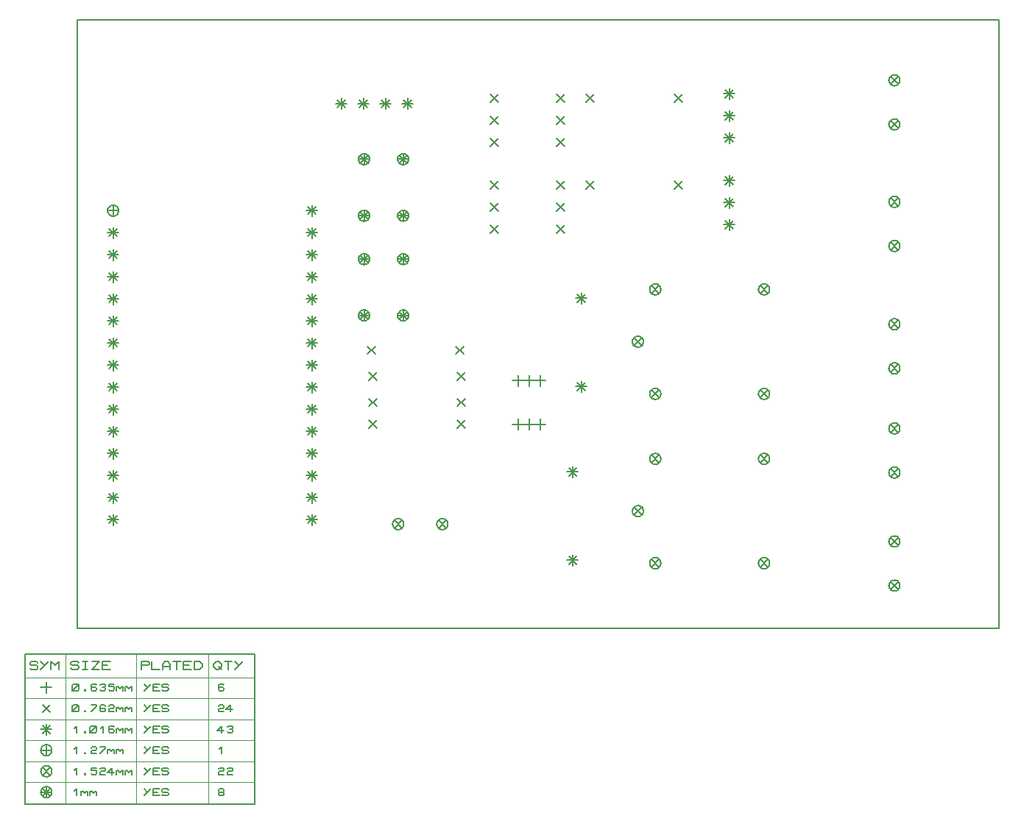
<source format=gbr>
G04 PROTEUS RS274X GERBER FILE*
%FSLAX45Y45*%
%MOMM*%
G01*
%ADD71C,0.203200*%
%ADD33C,0.127000*%
%ADD50C,0.063500*%
D71*
X-1844901Y-705099D02*
X-1755099Y-794901D01*
X-1844901Y-794901D02*
X-1755099Y-705099D01*
X-828901Y-705099D02*
X-739099Y-794901D01*
X-828901Y-794901D02*
X-739099Y-705099D01*
X-1844901Y-455099D02*
X-1755099Y-544901D01*
X-1844901Y-544901D02*
X-1755099Y-455099D01*
X-828901Y-455099D02*
X-739099Y-544901D01*
X-828901Y-544901D02*
X-739099Y-455099D01*
X+127000Y-186500D02*
X+127000Y-313500D01*
X+63500Y-250000D02*
X+190500Y-250000D01*
X+0Y-186500D02*
X+0Y-313500D01*
X-63500Y-250000D02*
X+63500Y-250000D01*
X-127000Y-186500D02*
X-127000Y-313500D01*
X-190500Y-250000D02*
X-63500Y-250000D01*
X+127000Y-686500D02*
X+127000Y-813500D01*
X+63500Y-750000D02*
X+190500Y-750000D01*
X+0Y-686500D02*
X+0Y-813500D01*
X-63500Y-750000D02*
X+63500Y-750000D01*
X-127000Y-686500D02*
X-127000Y-813500D01*
X-190500Y-750000D02*
X-63500Y-750000D01*
X+1513500Y+800000D02*
X+1513283Y+805247D01*
X+1511518Y+815742D01*
X+1507826Y+826237D01*
X+1501798Y+836732D01*
X+1492576Y+847112D01*
X+1482081Y+854800D01*
X+1471586Y+859718D01*
X+1461091Y+862524D01*
X+1450596Y+863497D01*
X+1450000Y+863500D01*
X+1386500Y+800000D02*
X+1386717Y+805247D01*
X+1388482Y+815742D01*
X+1392174Y+826237D01*
X+1398202Y+836732D01*
X+1407424Y+847112D01*
X+1417919Y+854800D01*
X+1428414Y+859718D01*
X+1438909Y+862524D01*
X+1449404Y+863497D01*
X+1450000Y+863500D01*
X+1386500Y+800000D02*
X+1386717Y+794753D01*
X+1388482Y+784258D01*
X+1392174Y+773763D01*
X+1398202Y+763268D01*
X+1407424Y+752888D01*
X+1417919Y+745200D01*
X+1428414Y+740282D01*
X+1438909Y+737476D01*
X+1449404Y+736503D01*
X+1450000Y+736500D01*
X+1513500Y+800000D02*
X+1513283Y+794753D01*
X+1511518Y+784258D01*
X+1507826Y+773763D01*
X+1501798Y+763268D01*
X+1492576Y+752888D01*
X+1482081Y+745200D01*
X+1471586Y+740282D01*
X+1461091Y+737476D01*
X+1450596Y+736503D01*
X+1450000Y+736500D01*
X+1405099Y+844901D02*
X+1494901Y+755099D01*
X+1405099Y+755099D02*
X+1494901Y+844901D01*
X+1513500Y-400000D02*
X+1513283Y-394753D01*
X+1511518Y-384258D01*
X+1507826Y-373763D01*
X+1501798Y-363268D01*
X+1492576Y-352888D01*
X+1482081Y-345200D01*
X+1471586Y-340282D01*
X+1461091Y-337476D01*
X+1450596Y-336503D01*
X+1450000Y-336500D01*
X+1386500Y-400000D02*
X+1386717Y-394753D01*
X+1388482Y-384258D01*
X+1392174Y-373763D01*
X+1398202Y-363268D01*
X+1407424Y-352888D01*
X+1417919Y-345200D01*
X+1428414Y-340282D01*
X+1438909Y-337476D01*
X+1449404Y-336503D01*
X+1450000Y-336500D01*
X+1386500Y-400000D02*
X+1386717Y-405247D01*
X+1388482Y-415742D01*
X+1392174Y-426237D01*
X+1398202Y-436732D01*
X+1407424Y-447112D01*
X+1417919Y-454800D01*
X+1428414Y-459718D01*
X+1438909Y-462524D01*
X+1449404Y-463497D01*
X+1450000Y-463500D01*
X+1513500Y-400000D02*
X+1513283Y-405247D01*
X+1511518Y-415742D01*
X+1507826Y-426237D01*
X+1501798Y-436732D01*
X+1492576Y-447112D01*
X+1482081Y-454800D01*
X+1471586Y-459718D01*
X+1461091Y-462524D01*
X+1450596Y-463497D01*
X+1450000Y-463500D01*
X+1405099Y-355099D02*
X+1494901Y-444901D01*
X+1405099Y-444901D02*
X+1494901Y-355099D01*
X+1313500Y+200000D02*
X+1313283Y+205247D01*
X+1311518Y+215742D01*
X+1307826Y+226237D01*
X+1301798Y+236732D01*
X+1292576Y+247112D01*
X+1282081Y+254800D01*
X+1271586Y+259718D01*
X+1261091Y+262524D01*
X+1250596Y+263497D01*
X+1250000Y+263500D01*
X+1186500Y+200000D02*
X+1186717Y+205247D01*
X+1188482Y+215742D01*
X+1192174Y+226237D01*
X+1198202Y+236732D01*
X+1207424Y+247112D01*
X+1217919Y+254800D01*
X+1228414Y+259718D01*
X+1238909Y+262524D01*
X+1249404Y+263497D01*
X+1250000Y+263500D01*
X+1186500Y+200000D02*
X+1186717Y+194753D01*
X+1188482Y+184258D01*
X+1192174Y+173763D01*
X+1198202Y+163268D01*
X+1207424Y+152888D01*
X+1217919Y+145200D01*
X+1228414Y+140282D01*
X+1238909Y+137476D01*
X+1249404Y+136503D01*
X+1250000Y+136500D01*
X+1313500Y+200000D02*
X+1313283Y+194753D01*
X+1311518Y+184258D01*
X+1307826Y+173763D01*
X+1301798Y+163268D01*
X+1292576Y+152888D01*
X+1282081Y+145200D01*
X+1271586Y+140282D01*
X+1261091Y+137476D01*
X+1250596Y+136503D01*
X+1250000Y+136500D01*
X+1205099Y+244901D02*
X+1294901Y+155099D01*
X+1205099Y+155099D02*
X+1294901Y+244901D01*
X+2763500Y-400000D02*
X+2763283Y-394753D01*
X+2761518Y-384258D01*
X+2757826Y-373763D01*
X+2751798Y-363268D01*
X+2742576Y-352888D01*
X+2732081Y-345200D01*
X+2721586Y-340282D01*
X+2711091Y-337476D01*
X+2700596Y-336503D01*
X+2700000Y-336500D01*
X+2636500Y-400000D02*
X+2636717Y-394753D01*
X+2638482Y-384258D01*
X+2642174Y-373763D01*
X+2648202Y-363268D01*
X+2657424Y-352888D01*
X+2667919Y-345200D01*
X+2678414Y-340282D01*
X+2688909Y-337476D01*
X+2699404Y-336503D01*
X+2700000Y-336500D01*
X+2636500Y-400000D02*
X+2636717Y-405247D01*
X+2638482Y-415742D01*
X+2642174Y-426237D01*
X+2648202Y-436732D01*
X+2657424Y-447112D01*
X+2667919Y-454800D01*
X+2678414Y-459718D01*
X+2688909Y-462524D01*
X+2699404Y-463497D01*
X+2700000Y-463500D01*
X+2763500Y-400000D02*
X+2763283Y-405247D01*
X+2761518Y-415742D01*
X+2757826Y-426237D01*
X+2751798Y-436732D01*
X+2742576Y-447112D01*
X+2732081Y-454800D01*
X+2721586Y-459718D01*
X+2711091Y-462524D01*
X+2700596Y-463497D01*
X+2700000Y-463500D01*
X+2655099Y-355099D02*
X+2744901Y-444901D01*
X+2655099Y-444901D02*
X+2744901Y-355099D01*
X+2763500Y+800000D02*
X+2763283Y+805247D01*
X+2761518Y+815742D01*
X+2757826Y+826237D01*
X+2751798Y+836732D01*
X+2742576Y+847112D01*
X+2732081Y+854800D01*
X+2721586Y+859718D01*
X+2711091Y+862524D01*
X+2700596Y+863497D01*
X+2700000Y+863500D01*
X+2636500Y+800000D02*
X+2636717Y+805247D01*
X+2638482Y+815742D01*
X+2642174Y+826237D01*
X+2648202Y+836732D01*
X+2657424Y+847112D01*
X+2667919Y+854800D01*
X+2678414Y+859718D01*
X+2688909Y+862524D01*
X+2699404Y+863497D01*
X+2700000Y+863500D01*
X+2636500Y+800000D02*
X+2636717Y+794753D01*
X+2638482Y+784258D01*
X+2642174Y+773763D01*
X+2648202Y+763268D01*
X+2657424Y+752888D01*
X+2667919Y+745200D01*
X+2678414Y+740282D01*
X+2688909Y+737476D01*
X+2699404Y+736503D01*
X+2700000Y+736500D01*
X+2763500Y+800000D02*
X+2763283Y+794753D01*
X+2761518Y+784258D01*
X+2757826Y+773763D01*
X+2751798Y+763268D01*
X+2742576Y+752888D01*
X+2732081Y+745200D01*
X+2721586Y+740282D01*
X+2711091Y+737476D01*
X+2700596Y+736503D01*
X+2700000Y+736500D01*
X+2655099Y+844901D02*
X+2744901Y+755099D01*
X+2655099Y+755099D02*
X+2744901Y+844901D01*
X+1513500Y-1150000D02*
X+1513283Y-1144753D01*
X+1511518Y-1134258D01*
X+1507826Y-1123763D01*
X+1501798Y-1113268D01*
X+1492576Y-1102888D01*
X+1482081Y-1095200D01*
X+1471586Y-1090282D01*
X+1461091Y-1087476D01*
X+1450596Y-1086503D01*
X+1450000Y-1086500D01*
X+1386500Y-1150000D02*
X+1386717Y-1144753D01*
X+1388482Y-1134258D01*
X+1392174Y-1123763D01*
X+1398202Y-1113268D01*
X+1407424Y-1102888D01*
X+1417919Y-1095200D01*
X+1428414Y-1090282D01*
X+1438909Y-1087476D01*
X+1449404Y-1086503D01*
X+1450000Y-1086500D01*
X+1386500Y-1150000D02*
X+1386717Y-1155247D01*
X+1388482Y-1165742D01*
X+1392174Y-1176237D01*
X+1398202Y-1186732D01*
X+1407424Y-1197112D01*
X+1417919Y-1204800D01*
X+1428414Y-1209718D01*
X+1438909Y-1212524D01*
X+1449404Y-1213497D01*
X+1450000Y-1213500D01*
X+1513500Y-1150000D02*
X+1513283Y-1155247D01*
X+1511518Y-1165742D01*
X+1507826Y-1176237D01*
X+1501798Y-1186732D01*
X+1492576Y-1197112D01*
X+1482081Y-1204800D01*
X+1471586Y-1209718D01*
X+1461091Y-1212524D01*
X+1450596Y-1213497D01*
X+1450000Y-1213500D01*
X+1405099Y-1105099D02*
X+1494901Y-1194901D01*
X+1405099Y-1194901D02*
X+1494901Y-1105099D01*
X+1513500Y-2350000D02*
X+1513283Y-2344753D01*
X+1511518Y-2334258D01*
X+1507826Y-2323763D01*
X+1501798Y-2313268D01*
X+1492576Y-2302888D01*
X+1482081Y-2295200D01*
X+1471586Y-2290282D01*
X+1461091Y-2287476D01*
X+1450596Y-2286503D01*
X+1450000Y-2286500D01*
X+1386500Y-2350000D02*
X+1386717Y-2344753D01*
X+1388482Y-2334258D01*
X+1392174Y-2323763D01*
X+1398202Y-2313268D01*
X+1407424Y-2302888D01*
X+1417919Y-2295200D01*
X+1428414Y-2290282D01*
X+1438909Y-2287476D01*
X+1449404Y-2286503D01*
X+1450000Y-2286500D01*
X+1386500Y-2350000D02*
X+1386717Y-2355247D01*
X+1388482Y-2365742D01*
X+1392174Y-2376237D01*
X+1398202Y-2386732D01*
X+1407424Y-2397112D01*
X+1417919Y-2404800D01*
X+1428414Y-2409718D01*
X+1438909Y-2412524D01*
X+1449404Y-2413497D01*
X+1450000Y-2413500D01*
X+1513500Y-2350000D02*
X+1513283Y-2355247D01*
X+1511518Y-2365742D01*
X+1507826Y-2376237D01*
X+1501798Y-2386732D01*
X+1492576Y-2397112D01*
X+1482081Y-2404800D01*
X+1471586Y-2409718D01*
X+1461091Y-2412524D01*
X+1450596Y-2413497D01*
X+1450000Y-2413500D01*
X+1405099Y-2305099D02*
X+1494901Y-2394901D01*
X+1405099Y-2394901D02*
X+1494901Y-2305099D01*
X+1313500Y-1750000D02*
X+1313283Y-1744753D01*
X+1311518Y-1734258D01*
X+1307826Y-1723763D01*
X+1301798Y-1713268D01*
X+1292576Y-1702888D01*
X+1282081Y-1695200D01*
X+1271586Y-1690282D01*
X+1261091Y-1687476D01*
X+1250596Y-1686503D01*
X+1250000Y-1686500D01*
X+1186500Y-1750000D02*
X+1186717Y-1744753D01*
X+1188482Y-1734258D01*
X+1192174Y-1723763D01*
X+1198202Y-1713268D01*
X+1207424Y-1702888D01*
X+1217919Y-1695200D01*
X+1228414Y-1690282D01*
X+1238909Y-1687476D01*
X+1249404Y-1686503D01*
X+1250000Y-1686500D01*
X+1186500Y-1750000D02*
X+1186717Y-1755247D01*
X+1188482Y-1765742D01*
X+1192174Y-1776237D01*
X+1198202Y-1786732D01*
X+1207424Y-1797112D01*
X+1217919Y-1804800D01*
X+1228414Y-1809718D01*
X+1238909Y-1812524D01*
X+1249404Y-1813497D01*
X+1250000Y-1813500D01*
X+1313500Y-1750000D02*
X+1313283Y-1755247D01*
X+1311518Y-1765742D01*
X+1307826Y-1776237D01*
X+1301798Y-1786732D01*
X+1292576Y-1797112D01*
X+1282081Y-1804800D01*
X+1271586Y-1809718D01*
X+1261091Y-1812524D01*
X+1250596Y-1813497D01*
X+1250000Y-1813500D01*
X+1205099Y-1705099D02*
X+1294901Y-1794901D01*
X+1205099Y-1794901D02*
X+1294901Y-1705099D01*
X+2763500Y-2350000D02*
X+2763283Y-2344753D01*
X+2761518Y-2334258D01*
X+2757826Y-2323763D01*
X+2751798Y-2313268D01*
X+2742576Y-2302888D01*
X+2732081Y-2295200D01*
X+2721586Y-2290282D01*
X+2711091Y-2287476D01*
X+2700596Y-2286503D01*
X+2700000Y-2286500D01*
X+2636500Y-2350000D02*
X+2636717Y-2344753D01*
X+2638482Y-2334258D01*
X+2642174Y-2323763D01*
X+2648202Y-2313268D01*
X+2657424Y-2302888D01*
X+2667919Y-2295200D01*
X+2678414Y-2290282D01*
X+2688909Y-2287476D01*
X+2699404Y-2286503D01*
X+2700000Y-2286500D01*
X+2636500Y-2350000D02*
X+2636717Y-2355247D01*
X+2638482Y-2365742D01*
X+2642174Y-2376237D01*
X+2648202Y-2386732D01*
X+2657424Y-2397112D01*
X+2667919Y-2404800D01*
X+2678414Y-2409718D01*
X+2688909Y-2412524D01*
X+2699404Y-2413497D01*
X+2700000Y-2413500D01*
X+2763500Y-2350000D02*
X+2763283Y-2355247D01*
X+2761518Y-2365742D01*
X+2757826Y-2376237D01*
X+2751798Y-2386732D01*
X+2742576Y-2397112D01*
X+2732081Y-2404800D01*
X+2721586Y-2409718D01*
X+2711091Y-2412524D01*
X+2700596Y-2413497D01*
X+2700000Y-2413500D01*
X+2655099Y-2305099D02*
X+2744901Y-2394901D01*
X+2655099Y-2394901D02*
X+2744901Y-2305099D01*
X+2763500Y-1150000D02*
X+2763283Y-1144753D01*
X+2761518Y-1134258D01*
X+2757826Y-1123763D01*
X+2751798Y-1113268D01*
X+2742576Y-1102888D01*
X+2732081Y-1095200D01*
X+2721586Y-1090282D01*
X+2711091Y-1087476D01*
X+2700596Y-1086503D01*
X+2700000Y-1086500D01*
X+2636500Y-1150000D02*
X+2636717Y-1144753D01*
X+2638482Y-1134258D01*
X+2642174Y-1123763D01*
X+2648202Y-1113268D01*
X+2657424Y-1102888D01*
X+2667919Y-1095200D01*
X+2678414Y-1090282D01*
X+2688909Y-1087476D01*
X+2699404Y-1086503D01*
X+2700000Y-1086500D01*
X+2636500Y-1150000D02*
X+2636717Y-1155247D01*
X+2638482Y-1165742D01*
X+2642174Y-1176237D01*
X+2648202Y-1186732D01*
X+2657424Y-1197112D01*
X+2667919Y-1204800D01*
X+2678414Y-1209718D01*
X+2688909Y-1212524D01*
X+2699404Y-1213497D01*
X+2700000Y-1213500D01*
X+2763500Y-1150000D02*
X+2763283Y-1155247D01*
X+2761518Y-1165742D01*
X+2757826Y-1176237D01*
X+2751798Y-1186732D01*
X+2742576Y-1197112D01*
X+2732081Y-1204800D01*
X+2721586Y-1209718D01*
X+2711091Y-1212524D01*
X+2700596Y-1213497D01*
X+2700000Y-1213500D01*
X+2655099Y-1105099D02*
X+2744901Y-1194901D01*
X+2655099Y-1194901D02*
X+2744901Y-1105099D01*
X+600000Y-252500D02*
X+600000Y-379500D01*
X+536500Y-316000D02*
X+663500Y-316000D01*
X+555099Y-271099D02*
X+644901Y-360901D01*
X+555099Y-360901D02*
X+644901Y-271099D01*
X+600000Y+763500D02*
X+600000Y+636500D01*
X+536500Y+700000D02*
X+663500Y+700000D01*
X+555099Y+744901D02*
X+644901Y+655099D01*
X+555099Y+655099D02*
X+644901Y+744901D01*
X+500000Y-2252500D02*
X+500000Y-2379500D01*
X+436500Y-2316000D02*
X+563500Y-2316000D01*
X+455099Y-2271099D02*
X+544901Y-2360901D01*
X+455099Y-2360901D02*
X+544901Y-2271099D01*
X+500000Y-1236500D02*
X+500000Y-1363500D01*
X+436500Y-1300000D02*
X+563500Y-1300000D01*
X+455099Y-1255099D02*
X+544901Y-1344901D01*
X+455099Y-1344901D02*
X+544901Y-1255099D01*
X+4263500Y-108000D02*
X+4263283Y-102753D01*
X+4261518Y-92258D01*
X+4257826Y-81763D01*
X+4251798Y-71268D01*
X+4242576Y-60888D01*
X+4232081Y-53200D01*
X+4221586Y-48282D01*
X+4211091Y-45476D01*
X+4200596Y-44503D01*
X+4200000Y-44500D01*
X+4136500Y-108000D02*
X+4136717Y-102753D01*
X+4138482Y-92258D01*
X+4142174Y-81763D01*
X+4148202Y-71268D01*
X+4157424Y-60888D01*
X+4167919Y-53200D01*
X+4178414Y-48282D01*
X+4188909Y-45476D01*
X+4199404Y-44503D01*
X+4200000Y-44500D01*
X+4136500Y-108000D02*
X+4136717Y-113247D01*
X+4138482Y-123742D01*
X+4142174Y-134237D01*
X+4148202Y-144732D01*
X+4157424Y-155112D01*
X+4167919Y-162800D01*
X+4178414Y-167718D01*
X+4188909Y-170524D01*
X+4199404Y-171497D01*
X+4200000Y-171500D01*
X+4263500Y-108000D02*
X+4263283Y-113247D01*
X+4261518Y-123742D01*
X+4257826Y-134237D01*
X+4251798Y-144732D01*
X+4242576Y-155112D01*
X+4232081Y-162800D01*
X+4221586Y-167718D01*
X+4211091Y-170524D01*
X+4200596Y-171497D01*
X+4200000Y-171500D01*
X+4155099Y-63099D02*
X+4244901Y-152901D01*
X+4155099Y-152901D02*
X+4244901Y-63099D01*
X+4263500Y+400000D02*
X+4263283Y+405247D01*
X+4261518Y+415742D01*
X+4257826Y+426237D01*
X+4251798Y+436732D01*
X+4242576Y+447112D01*
X+4232081Y+454800D01*
X+4221586Y+459718D01*
X+4211091Y+462524D01*
X+4200596Y+463497D01*
X+4200000Y+463500D01*
X+4136500Y+400000D02*
X+4136717Y+405247D01*
X+4138482Y+415742D01*
X+4142174Y+426237D01*
X+4148202Y+436732D01*
X+4157424Y+447112D01*
X+4167919Y+454800D01*
X+4178414Y+459718D01*
X+4188909Y+462524D01*
X+4199404Y+463497D01*
X+4200000Y+463500D01*
X+4136500Y+400000D02*
X+4136717Y+394753D01*
X+4138482Y+384258D01*
X+4142174Y+373763D01*
X+4148202Y+363268D01*
X+4157424Y+352888D01*
X+4167919Y+345200D01*
X+4178414Y+340282D01*
X+4188909Y+337476D01*
X+4199404Y+336503D01*
X+4200000Y+336500D01*
X+4263500Y+400000D02*
X+4263283Y+394753D01*
X+4261518Y+384258D01*
X+4257826Y+373763D01*
X+4251798Y+363268D01*
X+4242576Y+352888D01*
X+4232081Y+345200D01*
X+4221586Y+340282D01*
X+4211091Y+337476D01*
X+4200596Y+336503D01*
X+4200000Y+336500D01*
X+4155099Y+444901D02*
X+4244901Y+355099D01*
X+4155099Y+355099D02*
X+4244901Y+444901D01*
X+4263500Y-1308000D02*
X+4263283Y-1302753D01*
X+4261518Y-1292258D01*
X+4257826Y-1281763D01*
X+4251798Y-1271268D01*
X+4242576Y-1260888D01*
X+4232081Y-1253200D01*
X+4221586Y-1248282D01*
X+4211091Y-1245476D01*
X+4200596Y-1244503D01*
X+4200000Y-1244500D01*
X+4136500Y-1308000D02*
X+4136717Y-1302753D01*
X+4138482Y-1292258D01*
X+4142174Y-1281763D01*
X+4148202Y-1271268D01*
X+4157424Y-1260888D01*
X+4167919Y-1253200D01*
X+4178414Y-1248282D01*
X+4188909Y-1245476D01*
X+4199404Y-1244503D01*
X+4200000Y-1244500D01*
X+4136500Y-1308000D02*
X+4136717Y-1313247D01*
X+4138482Y-1323742D01*
X+4142174Y-1334237D01*
X+4148202Y-1344732D01*
X+4157424Y-1355112D01*
X+4167919Y-1362800D01*
X+4178414Y-1367718D01*
X+4188909Y-1370524D01*
X+4199404Y-1371497D01*
X+4200000Y-1371500D01*
X+4263500Y-1308000D02*
X+4263283Y-1313247D01*
X+4261518Y-1323742D01*
X+4257826Y-1334237D01*
X+4251798Y-1344732D01*
X+4242576Y-1355112D01*
X+4232081Y-1362800D01*
X+4221586Y-1367718D01*
X+4211091Y-1370524D01*
X+4200596Y-1371497D01*
X+4200000Y-1371500D01*
X+4155099Y-1263099D02*
X+4244901Y-1352901D01*
X+4155099Y-1352901D02*
X+4244901Y-1263099D01*
X+4263500Y-800000D02*
X+4263283Y-794753D01*
X+4261518Y-784258D01*
X+4257826Y-773763D01*
X+4251798Y-763268D01*
X+4242576Y-752888D01*
X+4232081Y-745200D01*
X+4221586Y-740282D01*
X+4211091Y-737476D01*
X+4200596Y-736503D01*
X+4200000Y-736500D01*
X+4136500Y-800000D02*
X+4136717Y-794753D01*
X+4138482Y-784258D01*
X+4142174Y-773763D01*
X+4148202Y-763268D01*
X+4157424Y-752888D01*
X+4167919Y-745200D01*
X+4178414Y-740282D01*
X+4188909Y-737476D01*
X+4199404Y-736503D01*
X+4200000Y-736500D01*
X+4136500Y-800000D02*
X+4136717Y-805247D01*
X+4138482Y-815742D01*
X+4142174Y-826237D01*
X+4148202Y-836732D01*
X+4157424Y-847112D01*
X+4167919Y-854800D01*
X+4178414Y-859718D01*
X+4188909Y-862524D01*
X+4199404Y-863497D01*
X+4200000Y-863500D01*
X+4263500Y-800000D02*
X+4263283Y-805247D01*
X+4261518Y-815742D01*
X+4257826Y-826237D01*
X+4251798Y-836732D01*
X+4242576Y-847112D01*
X+4232081Y-854800D01*
X+4221586Y-859718D01*
X+4211091Y-862524D01*
X+4200596Y-863497D01*
X+4200000Y-863500D01*
X+4155099Y-755099D02*
X+4244901Y-844901D01*
X+4155099Y-844901D02*
X+4244901Y-755099D01*
X+4263500Y-2608000D02*
X+4263283Y-2602753D01*
X+4261518Y-2592258D01*
X+4257826Y-2581763D01*
X+4251798Y-2571268D01*
X+4242576Y-2560888D01*
X+4232081Y-2553200D01*
X+4221586Y-2548282D01*
X+4211091Y-2545476D01*
X+4200596Y-2544503D01*
X+4200000Y-2544500D01*
X+4136500Y-2608000D02*
X+4136717Y-2602753D01*
X+4138482Y-2592258D01*
X+4142174Y-2581763D01*
X+4148202Y-2571268D01*
X+4157424Y-2560888D01*
X+4167919Y-2553200D01*
X+4178414Y-2548282D01*
X+4188909Y-2545476D01*
X+4199404Y-2544503D01*
X+4200000Y-2544500D01*
X+4136500Y-2608000D02*
X+4136717Y-2613247D01*
X+4138482Y-2623742D01*
X+4142174Y-2634237D01*
X+4148202Y-2644732D01*
X+4157424Y-2655112D01*
X+4167919Y-2662800D01*
X+4178414Y-2667718D01*
X+4188909Y-2670524D01*
X+4199404Y-2671497D01*
X+4200000Y-2671500D01*
X+4263500Y-2608000D02*
X+4263283Y-2613247D01*
X+4261518Y-2623742D01*
X+4257826Y-2634237D01*
X+4251798Y-2644732D01*
X+4242576Y-2655112D01*
X+4232081Y-2662800D01*
X+4221586Y-2667718D01*
X+4211091Y-2670524D01*
X+4200596Y-2671497D01*
X+4200000Y-2671500D01*
X+4155099Y-2563099D02*
X+4244901Y-2652901D01*
X+4155099Y-2652901D02*
X+4244901Y-2563099D01*
X+4263500Y-2100000D02*
X+4263283Y-2094753D01*
X+4261518Y-2084258D01*
X+4257826Y-2073763D01*
X+4251798Y-2063268D01*
X+4242576Y-2052888D01*
X+4232081Y-2045200D01*
X+4221586Y-2040282D01*
X+4211091Y-2037476D01*
X+4200596Y-2036503D01*
X+4200000Y-2036500D01*
X+4136500Y-2100000D02*
X+4136717Y-2094753D01*
X+4138482Y-2084258D01*
X+4142174Y-2073763D01*
X+4148202Y-2063268D01*
X+4157424Y-2052888D01*
X+4167919Y-2045200D01*
X+4178414Y-2040282D01*
X+4188909Y-2037476D01*
X+4199404Y-2036503D01*
X+4200000Y-2036500D01*
X+4136500Y-2100000D02*
X+4136717Y-2105247D01*
X+4138482Y-2115742D01*
X+4142174Y-2126237D01*
X+4148202Y-2136732D01*
X+4157424Y-2147112D01*
X+4167919Y-2154800D01*
X+4178414Y-2159718D01*
X+4188909Y-2162524D01*
X+4199404Y-2163497D01*
X+4200000Y-2163500D01*
X+4263500Y-2100000D02*
X+4263283Y-2105247D01*
X+4261518Y-2115742D01*
X+4257826Y-2126237D01*
X+4251798Y-2136732D01*
X+4242576Y-2147112D01*
X+4232081Y-2154800D01*
X+4221586Y-2159718D01*
X+4211091Y-2162524D01*
X+4200596Y-2163497D01*
X+4200000Y-2163500D01*
X+4155099Y-2055099D02*
X+4244901Y-2144901D01*
X+4155099Y-2144901D02*
X+4244901Y-2055099D01*
X-2162000Y+3001500D02*
X-2162000Y+2874500D01*
X-2225500Y+2938000D02*
X-2098500Y+2938000D01*
X-2206901Y+2982901D02*
X-2117099Y+2893099D01*
X-2206901Y+2893099D02*
X-2117099Y+2982901D01*
X-1908000Y+3001500D02*
X-1908000Y+2874500D01*
X-1971500Y+2938000D02*
X-1844500Y+2938000D01*
X-1952901Y+2982901D02*
X-1863099Y+2893099D01*
X-1952901Y+2893099D02*
X-1863099Y+2982901D01*
X-1654000Y+3001500D02*
X-1654000Y+2874500D01*
X-1717500Y+2938000D02*
X-1590500Y+2938000D01*
X-1698901Y+2982901D02*
X-1609099Y+2893099D01*
X-1698901Y+2893099D02*
X-1609099Y+2982901D01*
X-1400000Y+3001500D02*
X-1400000Y+2874500D01*
X-1463500Y+2938000D02*
X-1336500Y+2938000D01*
X-1444901Y+2982901D02*
X-1355099Y+2893099D01*
X-1444901Y+2893099D02*
X-1355099Y+2982901D01*
X-4722500Y+1708000D02*
X-4722717Y+1713247D01*
X-4724482Y+1723742D01*
X-4728174Y+1734237D01*
X-4734202Y+1744732D01*
X-4743424Y+1755112D01*
X-4753919Y+1762800D01*
X-4764414Y+1767718D01*
X-4774909Y+1770524D01*
X-4785404Y+1771497D01*
X-4786000Y+1771500D01*
X-4849500Y+1708000D02*
X-4849283Y+1713247D01*
X-4847518Y+1723742D01*
X-4843826Y+1734237D01*
X-4837798Y+1744732D01*
X-4828576Y+1755112D01*
X-4818081Y+1762800D01*
X-4807586Y+1767718D01*
X-4797091Y+1770524D01*
X-4786596Y+1771497D01*
X-4786000Y+1771500D01*
X-4849500Y+1708000D02*
X-4849283Y+1702753D01*
X-4847518Y+1692258D01*
X-4843826Y+1681763D01*
X-4837798Y+1671268D01*
X-4828576Y+1660888D01*
X-4818081Y+1653200D01*
X-4807586Y+1648282D01*
X-4797091Y+1645476D01*
X-4786596Y+1644503D01*
X-4786000Y+1644500D01*
X-4722500Y+1708000D02*
X-4722717Y+1702753D01*
X-4724482Y+1692258D01*
X-4728174Y+1681763D01*
X-4734202Y+1671268D01*
X-4743424Y+1660888D01*
X-4753919Y+1653200D01*
X-4764414Y+1648282D01*
X-4774909Y+1645476D01*
X-4785404Y+1644503D01*
X-4786000Y+1644500D01*
X-4786000Y+1771500D02*
X-4786000Y+1644500D01*
X-4849500Y+1708000D02*
X-4722500Y+1708000D01*
X-4786000Y+1517500D02*
X-4786000Y+1390500D01*
X-4849500Y+1454000D02*
X-4722500Y+1454000D01*
X-4830901Y+1498901D02*
X-4741099Y+1409099D01*
X-4830901Y+1409099D02*
X-4741099Y+1498901D01*
X-4786000Y+1263500D02*
X-4786000Y+1136500D01*
X-4849500Y+1200000D02*
X-4722500Y+1200000D01*
X-4830901Y+1244901D02*
X-4741099Y+1155099D01*
X-4830901Y+1155099D02*
X-4741099Y+1244901D01*
X-4786000Y+1009500D02*
X-4786000Y+882500D01*
X-4849500Y+946000D02*
X-4722500Y+946000D01*
X-4830901Y+990901D02*
X-4741099Y+901099D01*
X-4830901Y+901099D02*
X-4741099Y+990901D01*
X-4786000Y+755500D02*
X-4786000Y+628500D01*
X-4849500Y+692000D02*
X-4722500Y+692000D01*
X-4830901Y+736901D02*
X-4741099Y+647099D01*
X-4830901Y+647099D02*
X-4741099Y+736901D01*
X-4786000Y+501500D02*
X-4786000Y+374500D01*
X-4849500Y+438000D02*
X-4722500Y+438000D01*
X-4830901Y+482901D02*
X-4741099Y+393099D01*
X-4830901Y+393099D02*
X-4741099Y+482901D01*
X-4786000Y+247500D02*
X-4786000Y+120500D01*
X-4849500Y+184000D02*
X-4722500Y+184000D01*
X-4830901Y+228901D02*
X-4741099Y+139099D01*
X-4830901Y+139099D02*
X-4741099Y+228901D01*
X-4786000Y-6500D02*
X-4786000Y-133500D01*
X-4849500Y-70000D02*
X-4722500Y-70000D01*
X-4830901Y-25099D02*
X-4741099Y-114901D01*
X-4830901Y-114901D02*
X-4741099Y-25099D01*
X-4786000Y-260500D02*
X-4786000Y-387500D01*
X-4849500Y-324000D02*
X-4722500Y-324000D01*
X-4830901Y-279099D02*
X-4741099Y-368901D01*
X-4830901Y-368901D02*
X-4741099Y-279099D01*
X-4786000Y-514500D02*
X-4786000Y-641500D01*
X-4849500Y-578000D02*
X-4722500Y-578000D01*
X-4830901Y-533099D02*
X-4741099Y-622901D01*
X-4830901Y-622901D02*
X-4741099Y-533099D01*
X-4786000Y-768500D02*
X-4786000Y-895500D01*
X-4849500Y-832000D02*
X-4722500Y-832000D01*
X-4830901Y-787099D02*
X-4741099Y-876901D01*
X-4830901Y-876901D02*
X-4741099Y-787099D01*
X-4786000Y-1022500D02*
X-4786000Y-1149500D01*
X-4849500Y-1086000D02*
X-4722500Y-1086000D01*
X-4830901Y-1041099D02*
X-4741099Y-1130901D01*
X-4830901Y-1130901D02*
X-4741099Y-1041099D01*
X-4786000Y-1276500D02*
X-4786000Y-1403500D01*
X-4849500Y-1340000D02*
X-4722500Y-1340000D01*
X-4830901Y-1295099D02*
X-4741099Y-1384901D01*
X-4830901Y-1384901D02*
X-4741099Y-1295099D01*
X-4786000Y-1530500D02*
X-4786000Y-1657500D01*
X-4849500Y-1594000D02*
X-4722500Y-1594000D01*
X-4830901Y-1549099D02*
X-4741099Y-1638901D01*
X-4830901Y-1638901D02*
X-4741099Y-1549099D01*
X-4786000Y-1784500D02*
X-4786000Y-1911500D01*
X-4849500Y-1848000D02*
X-4722500Y-1848000D01*
X-4830901Y-1803099D02*
X-4741099Y-1892901D01*
X-4830901Y-1892901D02*
X-4741099Y-1803099D01*
X-2500000Y-1784500D02*
X-2500000Y-1911500D01*
X-2563500Y-1848000D02*
X-2436500Y-1848000D01*
X-2544901Y-1803099D02*
X-2455099Y-1892901D01*
X-2544901Y-1892901D02*
X-2455099Y-1803099D01*
X-2500000Y-1530500D02*
X-2500000Y-1657500D01*
X-2563500Y-1594000D02*
X-2436500Y-1594000D01*
X-2544901Y-1549099D02*
X-2455099Y-1638901D01*
X-2544901Y-1638901D02*
X-2455099Y-1549099D01*
X-2500000Y-1276500D02*
X-2500000Y-1403500D01*
X-2563500Y-1340000D02*
X-2436500Y-1340000D01*
X-2544901Y-1295099D02*
X-2455099Y-1384901D01*
X-2544901Y-1384901D02*
X-2455099Y-1295099D01*
X-2500000Y-1022500D02*
X-2500000Y-1149500D01*
X-2563500Y-1086000D02*
X-2436500Y-1086000D01*
X-2544901Y-1041099D02*
X-2455099Y-1130901D01*
X-2544901Y-1130901D02*
X-2455099Y-1041099D01*
X-2500000Y-768500D02*
X-2500000Y-895500D01*
X-2563500Y-832000D02*
X-2436500Y-832000D01*
X-2544901Y-787099D02*
X-2455099Y-876901D01*
X-2544901Y-876901D02*
X-2455099Y-787099D01*
X-2500000Y-514500D02*
X-2500000Y-641500D01*
X-2563500Y-578000D02*
X-2436500Y-578000D01*
X-2544901Y-533099D02*
X-2455099Y-622901D01*
X-2544901Y-622901D02*
X-2455099Y-533099D01*
X-2500000Y-260500D02*
X-2500000Y-387500D01*
X-2563500Y-324000D02*
X-2436500Y-324000D01*
X-2544901Y-279099D02*
X-2455099Y-368901D01*
X-2544901Y-368901D02*
X-2455099Y-279099D01*
X-2500000Y-6500D02*
X-2500000Y-133500D01*
X-2563500Y-70000D02*
X-2436500Y-70000D01*
X-2544901Y-25099D02*
X-2455099Y-114901D01*
X-2544901Y-114901D02*
X-2455099Y-25099D01*
X-2500000Y+247500D02*
X-2500000Y+120500D01*
X-2563500Y+184000D02*
X-2436500Y+184000D01*
X-2544901Y+228901D02*
X-2455099Y+139099D01*
X-2544901Y+139099D02*
X-2455099Y+228901D01*
X-2500000Y+501500D02*
X-2500000Y+374500D01*
X-2563500Y+438000D02*
X-2436500Y+438000D01*
X-2544901Y+482901D02*
X-2455099Y+393099D01*
X-2544901Y+393099D02*
X-2455099Y+482901D01*
X-2500000Y+755500D02*
X-2500000Y+628500D01*
X-2563500Y+692000D02*
X-2436500Y+692000D01*
X-2544901Y+736901D02*
X-2455099Y+647099D01*
X-2544901Y+647099D02*
X-2455099Y+736901D01*
X-2500000Y+1009500D02*
X-2500000Y+882500D01*
X-2563500Y+946000D02*
X-2436500Y+946000D01*
X-2544901Y+990901D02*
X-2455099Y+901099D01*
X-2544901Y+901099D02*
X-2455099Y+990901D01*
X-2500000Y+1263500D02*
X-2500000Y+1136500D01*
X-2563500Y+1200000D02*
X-2436500Y+1200000D01*
X-2544901Y+1244901D02*
X-2455099Y+1155099D01*
X-2544901Y+1155099D02*
X-2455099Y+1244901D01*
X-2500000Y+1517500D02*
X-2500000Y+1390500D01*
X-2563500Y+1454000D02*
X-2436500Y+1454000D01*
X-2544901Y+1498901D02*
X-2455099Y+1409099D01*
X-2544901Y+1409099D02*
X-2455099Y+1498901D01*
X-2500000Y+1771500D02*
X-2500000Y+1644500D01*
X-2563500Y+1708000D02*
X-2436500Y+1708000D01*
X-2544901Y+1752901D02*
X-2455099Y+1663099D01*
X-2544901Y+1663099D02*
X-2455099Y+1752901D01*
X-1444500Y-1900000D02*
X-1444717Y-1894753D01*
X-1446482Y-1884258D01*
X-1450174Y-1873763D01*
X-1456202Y-1863268D01*
X-1465424Y-1852888D01*
X-1475919Y-1845200D01*
X-1486414Y-1840282D01*
X-1496909Y-1837476D01*
X-1507404Y-1836503D01*
X-1508000Y-1836500D01*
X-1571500Y-1900000D02*
X-1571283Y-1894753D01*
X-1569518Y-1884258D01*
X-1565826Y-1873763D01*
X-1559798Y-1863268D01*
X-1550576Y-1852888D01*
X-1540081Y-1845200D01*
X-1529586Y-1840282D01*
X-1519091Y-1837476D01*
X-1508596Y-1836503D01*
X-1508000Y-1836500D01*
X-1571500Y-1900000D02*
X-1571283Y-1905247D01*
X-1569518Y-1915742D01*
X-1565826Y-1926237D01*
X-1559798Y-1936732D01*
X-1550576Y-1947112D01*
X-1540081Y-1954800D01*
X-1529586Y-1959718D01*
X-1519091Y-1962524D01*
X-1508596Y-1963497D01*
X-1508000Y-1963500D01*
X-1444500Y-1900000D02*
X-1444717Y-1905247D01*
X-1446482Y-1915742D01*
X-1450174Y-1926237D01*
X-1456202Y-1936732D01*
X-1465424Y-1947112D01*
X-1475919Y-1954800D01*
X-1486414Y-1959718D01*
X-1496909Y-1962524D01*
X-1507404Y-1963497D01*
X-1508000Y-1963500D01*
X-1552901Y-1855099D02*
X-1463099Y-1944901D01*
X-1552901Y-1944901D02*
X-1463099Y-1855099D01*
X-936500Y-1900000D02*
X-936717Y-1894753D01*
X-938482Y-1884258D01*
X-942174Y-1873763D01*
X-948202Y-1863268D01*
X-957424Y-1852888D01*
X-967919Y-1845200D01*
X-978414Y-1840282D01*
X-988909Y-1837476D01*
X-999404Y-1836503D01*
X-1000000Y-1836500D01*
X-1063500Y-1900000D02*
X-1063283Y-1894753D01*
X-1061518Y-1884258D01*
X-1057826Y-1873763D01*
X-1051798Y-1863268D01*
X-1042576Y-1852888D01*
X-1032081Y-1845200D01*
X-1021586Y-1840282D01*
X-1011091Y-1837476D01*
X-1000596Y-1836503D01*
X-1000000Y-1836500D01*
X-1063500Y-1900000D02*
X-1063283Y-1905247D01*
X-1061518Y-1915742D01*
X-1057826Y-1926237D01*
X-1051798Y-1936732D01*
X-1042576Y-1947112D01*
X-1032081Y-1954800D01*
X-1021586Y-1959718D01*
X-1011091Y-1962524D01*
X-1000596Y-1963497D01*
X-1000000Y-1963500D01*
X-936500Y-1900000D02*
X-936717Y-1905247D01*
X-938482Y-1915742D01*
X-942174Y-1926237D01*
X-948202Y-1936732D01*
X-957424Y-1947112D01*
X-967919Y-1954800D01*
X-978414Y-1959718D01*
X-988909Y-1962524D01*
X-999404Y-1963497D01*
X-1000000Y-1963500D01*
X-1044901Y-1855099D02*
X-955099Y-1944901D01*
X-1044901Y-1944901D02*
X-955099Y-1855099D01*
X-1860901Y+144901D02*
X-1771099Y+55099D01*
X-1860901Y+55099D02*
X-1771099Y+144901D01*
X-844901Y+144901D02*
X-755099Y+55099D01*
X-844901Y+55099D02*
X-755099Y+144901D01*
X-1844901Y-155099D02*
X-1755099Y-244901D01*
X-1844901Y-244901D02*
X-1755099Y-155099D01*
X-828901Y-155099D02*
X-739099Y-244901D01*
X-828901Y-244901D02*
X-739099Y-155099D01*
X-444901Y+2044901D02*
X-355099Y+1955099D01*
X-444901Y+1955099D02*
X-355099Y+2044901D01*
X-444901Y+1790901D02*
X-355099Y+1701099D01*
X-444901Y+1701099D02*
X-355099Y+1790901D01*
X-444901Y+1536901D02*
X-355099Y+1447099D01*
X-444901Y+1447099D02*
X-355099Y+1536901D01*
X+317099Y+1536901D02*
X+406901Y+1447099D01*
X+317099Y+1447099D02*
X+406901Y+1536901D01*
X+317099Y+1790901D02*
X+406901Y+1701099D01*
X+317099Y+1701099D02*
X+406901Y+1790901D01*
X+317099Y+2044901D02*
X+406901Y+1955099D01*
X+317099Y+1955099D02*
X+406901Y+2044901D01*
X-444901Y+3044901D02*
X-355099Y+2955099D01*
X-444901Y+2955099D02*
X-355099Y+3044901D01*
X-444901Y+2790901D02*
X-355099Y+2701099D01*
X-444901Y+2701099D02*
X-355099Y+2790901D01*
X-444901Y+2536901D02*
X-355099Y+2447099D01*
X-444901Y+2447099D02*
X-355099Y+2536901D01*
X+317099Y+2536901D02*
X+406901Y+2447099D01*
X+317099Y+2447099D02*
X+406901Y+2536901D01*
X+317099Y+2790901D02*
X+406901Y+2701099D01*
X+317099Y+2701099D02*
X+406901Y+2790901D01*
X+317099Y+3044901D02*
X+406901Y+2955099D01*
X+317099Y+2955099D02*
X+406901Y+3044901D01*
X+655099Y+2044901D02*
X+744901Y+1955099D01*
X+655099Y+1955099D02*
X+744901Y+2044901D01*
X+1671099Y+2044901D02*
X+1760901Y+1955099D01*
X+1671099Y+1955099D02*
X+1760901Y+2044901D01*
X+655099Y+3044901D02*
X+744901Y+2955099D01*
X+655099Y+2955099D02*
X+744901Y+3044901D01*
X+1671099Y+3044901D02*
X+1760901Y+2955099D01*
X+1671099Y+2955099D02*
X+1760901Y+3044901D01*
X+2300000Y+2117500D02*
X+2300000Y+1990500D01*
X+2236500Y+2054000D02*
X+2363500Y+2054000D01*
X+2255099Y+2098901D02*
X+2344901Y+2009099D01*
X+2255099Y+2009099D02*
X+2344901Y+2098901D01*
X+2300000Y+1863500D02*
X+2300000Y+1736500D01*
X+2236500Y+1800000D02*
X+2363500Y+1800000D01*
X+2255099Y+1844901D02*
X+2344901Y+1755099D01*
X+2255099Y+1755099D02*
X+2344901Y+1844901D01*
X+2300000Y+1609500D02*
X+2300000Y+1482500D01*
X+2236500Y+1546000D02*
X+2363500Y+1546000D01*
X+2255099Y+1590901D02*
X+2344901Y+1501099D01*
X+2255099Y+1501099D02*
X+2344901Y+1590901D01*
X+2300000Y+3117500D02*
X+2300000Y+2990500D01*
X+2236500Y+3054000D02*
X+2363500Y+3054000D01*
X+2255099Y+3098901D02*
X+2344901Y+3009099D01*
X+2255099Y+3009099D02*
X+2344901Y+3098901D01*
X+2300000Y+2863500D02*
X+2300000Y+2736500D01*
X+2236500Y+2800000D02*
X+2363500Y+2800000D01*
X+2255099Y+2844901D02*
X+2344901Y+2755099D01*
X+2255099Y+2755099D02*
X+2344901Y+2844901D01*
X+2300000Y+2609500D02*
X+2300000Y+2482500D01*
X+2236500Y+2546000D02*
X+2363500Y+2546000D01*
X+2255099Y+2590901D02*
X+2344901Y+2501099D01*
X+2255099Y+2501099D02*
X+2344901Y+2590901D01*
X+4263500Y+1300000D02*
X+4263283Y+1305247D01*
X+4261518Y+1315742D01*
X+4257826Y+1326237D01*
X+4251798Y+1336732D01*
X+4242576Y+1347112D01*
X+4232081Y+1354800D01*
X+4221586Y+1359718D01*
X+4211091Y+1362524D01*
X+4200596Y+1363497D01*
X+4200000Y+1363500D01*
X+4136500Y+1300000D02*
X+4136717Y+1305247D01*
X+4138482Y+1315742D01*
X+4142174Y+1326237D01*
X+4148202Y+1336732D01*
X+4157424Y+1347112D01*
X+4167919Y+1354800D01*
X+4178414Y+1359718D01*
X+4188909Y+1362524D01*
X+4199404Y+1363497D01*
X+4200000Y+1363500D01*
X+4136500Y+1300000D02*
X+4136717Y+1294753D01*
X+4138482Y+1284258D01*
X+4142174Y+1273763D01*
X+4148202Y+1263268D01*
X+4157424Y+1252888D01*
X+4167919Y+1245200D01*
X+4178414Y+1240282D01*
X+4188909Y+1237476D01*
X+4199404Y+1236503D01*
X+4200000Y+1236500D01*
X+4263500Y+1300000D02*
X+4263283Y+1294753D01*
X+4261518Y+1284258D01*
X+4257826Y+1273763D01*
X+4251798Y+1263268D01*
X+4242576Y+1252888D01*
X+4232081Y+1245200D01*
X+4221586Y+1240282D01*
X+4211091Y+1237476D01*
X+4200596Y+1236503D01*
X+4200000Y+1236500D01*
X+4155099Y+1344901D02*
X+4244901Y+1255099D01*
X+4155099Y+1255099D02*
X+4244901Y+1344901D01*
X+4263500Y+1808000D02*
X+4263283Y+1813247D01*
X+4261518Y+1823742D01*
X+4257826Y+1834237D01*
X+4251798Y+1844732D01*
X+4242576Y+1855112D01*
X+4232081Y+1862800D01*
X+4221586Y+1867718D01*
X+4211091Y+1870524D01*
X+4200596Y+1871497D01*
X+4200000Y+1871500D01*
X+4136500Y+1808000D02*
X+4136717Y+1813247D01*
X+4138482Y+1823742D01*
X+4142174Y+1834237D01*
X+4148202Y+1844732D01*
X+4157424Y+1855112D01*
X+4167919Y+1862800D01*
X+4178414Y+1867718D01*
X+4188909Y+1870524D01*
X+4199404Y+1871497D01*
X+4200000Y+1871500D01*
X+4136500Y+1808000D02*
X+4136717Y+1802753D01*
X+4138482Y+1792258D01*
X+4142174Y+1781763D01*
X+4148202Y+1771268D01*
X+4157424Y+1760888D01*
X+4167919Y+1753200D01*
X+4178414Y+1748282D01*
X+4188909Y+1745476D01*
X+4199404Y+1744503D01*
X+4200000Y+1744500D01*
X+4263500Y+1808000D02*
X+4263283Y+1802753D01*
X+4261518Y+1792258D01*
X+4257826Y+1781763D01*
X+4251798Y+1771268D01*
X+4242576Y+1760888D01*
X+4232081Y+1753200D01*
X+4221586Y+1748282D01*
X+4211091Y+1745476D01*
X+4200596Y+1744503D01*
X+4200000Y+1744500D01*
X+4155099Y+1852901D02*
X+4244901Y+1763099D01*
X+4155099Y+1763099D02*
X+4244901Y+1852901D01*
X+4263500Y+2700000D02*
X+4263283Y+2705247D01*
X+4261518Y+2715742D01*
X+4257826Y+2726237D01*
X+4251798Y+2736732D01*
X+4242576Y+2747112D01*
X+4232081Y+2754800D01*
X+4221586Y+2759718D01*
X+4211091Y+2762524D01*
X+4200596Y+2763497D01*
X+4200000Y+2763500D01*
X+4136500Y+2700000D02*
X+4136717Y+2705247D01*
X+4138482Y+2715742D01*
X+4142174Y+2726237D01*
X+4148202Y+2736732D01*
X+4157424Y+2747112D01*
X+4167919Y+2754800D01*
X+4178414Y+2759718D01*
X+4188909Y+2762524D01*
X+4199404Y+2763497D01*
X+4200000Y+2763500D01*
X+4136500Y+2700000D02*
X+4136717Y+2694753D01*
X+4138482Y+2684258D01*
X+4142174Y+2673763D01*
X+4148202Y+2663268D01*
X+4157424Y+2652888D01*
X+4167919Y+2645200D01*
X+4178414Y+2640282D01*
X+4188909Y+2637476D01*
X+4199404Y+2636503D01*
X+4200000Y+2636500D01*
X+4263500Y+2700000D02*
X+4263283Y+2694753D01*
X+4261518Y+2684258D01*
X+4257826Y+2673763D01*
X+4251798Y+2663268D01*
X+4242576Y+2652888D01*
X+4232081Y+2645200D01*
X+4221586Y+2640282D01*
X+4211091Y+2637476D01*
X+4200596Y+2636503D01*
X+4200000Y+2636500D01*
X+4155099Y+2744901D02*
X+4244901Y+2655099D01*
X+4155099Y+2655099D02*
X+4244901Y+2744901D01*
X+4263500Y+3208000D02*
X+4263283Y+3213247D01*
X+4261518Y+3223742D01*
X+4257826Y+3234237D01*
X+4251798Y+3244732D01*
X+4242576Y+3255112D01*
X+4232081Y+3262800D01*
X+4221586Y+3267718D01*
X+4211091Y+3270524D01*
X+4200596Y+3271497D01*
X+4200000Y+3271500D01*
X+4136500Y+3208000D02*
X+4136717Y+3213247D01*
X+4138482Y+3223742D01*
X+4142174Y+3234237D01*
X+4148202Y+3244732D01*
X+4157424Y+3255112D01*
X+4167919Y+3262800D01*
X+4178414Y+3267718D01*
X+4188909Y+3270524D01*
X+4199404Y+3271497D01*
X+4200000Y+3271500D01*
X+4136500Y+3208000D02*
X+4136717Y+3202753D01*
X+4138482Y+3192258D01*
X+4142174Y+3181763D01*
X+4148202Y+3171268D01*
X+4157424Y+3160888D01*
X+4167919Y+3153200D01*
X+4178414Y+3148282D01*
X+4188909Y+3145476D01*
X+4199404Y+3144503D01*
X+4200000Y+3144500D01*
X+4263500Y+3208000D02*
X+4263283Y+3202753D01*
X+4261518Y+3192258D01*
X+4257826Y+3181763D01*
X+4251798Y+3171268D01*
X+4242576Y+3160888D01*
X+4232081Y+3153200D01*
X+4221586Y+3148282D01*
X+4211091Y+3145476D01*
X+4200596Y+3144503D01*
X+4200000Y+3144500D01*
X+4155099Y+3252901D02*
X+4244901Y+3163099D01*
X+4155099Y+3163099D02*
X+4244901Y+3252901D01*
X-1836500Y+1650000D02*
X-1836717Y+1655247D01*
X-1838482Y+1665742D01*
X-1842174Y+1676237D01*
X-1848202Y+1686732D01*
X-1857424Y+1697112D01*
X-1867919Y+1704800D01*
X-1878414Y+1709718D01*
X-1888909Y+1712524D01*
X-1899404Y+1713497D01*
X-1900000Y+1713500D01*
X-1963500Y+1650000D02*
X-1963283Y+1655247D01*
X-1961518Y+1665742D01*
X-1957826Y+1676237D01*
X-1951798Y+1686732D01*
X-1942576Y+1697112D01*
X-1932081Y+1704800D01*
X-1921586Y+1709718D01*
X-1911091Y+1712524D01*
X-1900596Y+1713497D01*
X-1900000Y+1713500D01*
X-1963500Y+1650000D02*
X-1963283Y+1644753D01*
X-1961518Y+1634258D01*
X-1957826Y+1623763D01*
X-1951798Y+1613268D01*
X-1942576Y+1602888D01*
X-1932081Y+1595200D01*
X-1921586Y+1590282D01*
X-1911091Y+1587476D01*
X-1900596Y+1586503D01*
X-1900000Y+1586500D01*
X-1836500Y+1650000D02*
X-1836717Y+1644753D01*
X-1838482Y+1634258D01*
X-1842174Y+1623763D01*
X-1848202Y+1613268D01*
X-1857424Y+1602888D01*
X-1867919Y+1595200D01*
X-1878414Y+1590282D01*
X-1888909Y+1587476D01*
X-1899404Y+1586503D01*
X-1900000Y+1586500D01*
X-1900000Y+1713500D02*
X-1900000Y+1586500D01*
X-1963500Y+1650000D02*
X-1836500Y+1650000D01*
X-1836717Y+1655247D01*
X-1838482Y+1665742D01*
X-1842174Y+1676237D01*
X-1848202Y+1686732D01*
X-1857424Y+1697112D01*
X-1867919Y+1704800D01*
X-1878414Y+1709718D01*
X-1888909Y+1712524D01*
X-1899404Y+1713497D01*
X-1900000Y+1713500D01*
X-1963500Y+1650000D02*
X-1963283Y+1655247D01*
X-1961518Y+1665742D01*
X-1957826Y+1676237D01*
X-1951798Y+1686732D01*
X-1942576Y+1697112D01*
X-1932081Y+1704800D01*
X-1921586Y+1709718D01*
X-1911091Y+1712524D01*
X-1900596Y+1713497D01*
X-1900000Y+1713500D01*
X-1963500Y+1650000D02*
X-1963283Y+1644753D01*
X-1961518Y+1634258D01*
X-1957826Y+1623763D01*
X-1951798Y+1613268D01*
X-1942576Y+1602888D01*
X-1932081Y+1595200D01*
X-1921586Y+1590282D01*
X-1911091Y+1587476D01*
X-1900596Y+1586503D01*
X-1900000Y+1586500D01*
X-1836500Y+1650000D02*
X-1836717Y+1644753D01*
X-1838482Y+1634258D01*
X-1842174Y+1623763D01*
X-1848202Y+1613268D01*
X-1857424Y+1602888D01*
X-1867919Y+1595200D01*
X-1878414Y+1590282D01*
X-1888909Y+1587476D01*
X-1899404Y+1586503D01*
X-1900000Y+1586500D01*
X-1944901Y+1694901D02*
X-1855099Y+1605099D01*
X-1944901Y+1605099D02*
X-1855099Y+1694901D01*
X-1836500Y+2300000D02*
X-1836717Y+2305247D01*
X-1838482Y+2315742D01*
X-1842174Y+2326237D01*
X-1848202Y+2336732D01*
X-1857424Y+2347112D01*
X-1867919Y+2354800D01*
X-1878414Y+2359718D01*
X-1888909Y+2362524D01*
X-1899404Y+2363497D01*
X-1900000Y+2363500D01*
X-1963500Y+2300000D02*
X-1963283Y+2305247D01*
X-1961518Y+2315742D01*
X-1957826Y+2326237D01*
X-1951798Y+2336732D01*
X-1942576Y+2347112D01*
X-1932081Y+2354800D01*
X-1921586Y+2359718D01*
X-1911091Y+2362524D01*
X-1900596Y+2363497D01*
X-1900000Y+2363500D01*
X-1963500Y+2300000D02*
X-1963283Y+2294753D01*
X-1961518Y+2284258D01*
X-1957826Y+2273763D01*
X-1951798Y+2263268D01*
X-1942576Y+2252888D01*
X-1932081Y+2245200D01*
X-1921586Y+2240282D01*
X-1911091Y+2237476D01*
X-1900596Y+2236503D01*
X-1900000Y+2236500D01*
X-1836500Y+2300000D02*
X-1836717Y+2294753D01*
X-1838482Y+2284258D01*
X-1842174Y+2273763D01*
X-1848202Y+2263268D01*
X-1857424Y+2252888D01*
X-1867919Y+2245200D01*
X-1878414Y+2240282D01*
X-1888909Y+2237476D01*
X-1899404Y+2236503D01*
X-1900000Y+2236500D01*
X-1900000Y+2363500D02*
X-1900000Y+2236500D01*
X-1963500Y+2300000D02*
X-1836500Y+2300000D01*
X-1836717Y+2305247D01*
X-1838482Y+2315742D01*
X-1842174Y+2326237D01*
X-1848202Y+2336732D01*
X-1857424Y+2347112D01*
X-1867919Y+2354800D01*
X-1878414Y+2359718D01*
X-1888909Y+2362524D01*
X-1899404Y+2363497D01*
X-1900000Y+2363500D01*
X-1963500Y+2300000D02*
X-1963283Y+2305247D01*
X-1961518Y+2315742D01*
X-1957826Y+2326237D01*
X-1951798Y+2336732D01*
X-1942576Y+2347112D01*
X-1932081Y+2354800D01*
X-1921586Y+2359718D01*
X-1911091Y+2362524D01*
X-1900596Y+2363497D01*
X-1900000Y+2363500D01*
X-1963500Y+2300000D02*
X-1963283Y+2294753D01*
X-1961518Y+2284258D01*
X-1957826Y+2273763D01*
X-1951798Y+2263268D01*
X-1942576Y+2252888D01*
X-1932081Y+2245200D01*
X-1921586Y+2240282D01*
X-1911091Y+2237476D01*
X-1900596Y+2236503D01*
X-1900000Y+2236500D01*
X-1836500Y+2300000D02*
X-1836717Y+2294753D01*
X-1838482Y+2284258D01*
X-1842174Y+2273763D01*
X-1848202Y+2263268D01*
X-1857424Y+2252888D01*
X-1867919Y+2245200D01*
X-1878414Y+2240282D01*
X-1888909Y+2237476D01*
X-1899404Y+2236503D01*
X-1900000Y+2236500D01*
X-1944901Y+2344901D02*
X-1855099Y+2255099D01*
X-1944901Y+2255099D02*
X-1855099Y+2344901D01*
X-1386500Y+1650000D02*
X-1386717Y+1655247D01*
X-1388482Y+1665742D01*
X-1392174Y+1676237D01*
X-1398202Y+1686732D01*
X-1407424Y+1697112D01*
X-1417919Y+1704800D01*
X-1428414Y+1709718D01*
X-1438909Y+1712524D01*
X-1449404Y+1713497D01*
X-1450000Y+1713500D01*
X-1513500Y+1650000D02*
X-1513283Y+1655247D01*
X-1511518Y+1665742D01*
X-1507826Y+1676237D01*
X-1501798Y+1686732D01*
X-1492576Y+1697112D01*
X-1482081Y+1704800D01*
X-1471586Y+1709718D01*
X-1461091Y+1712524D01*
X-1450596Y+1713497D01*
X-1450000Y+1713500D01*
X-1513500Y+1650000D02*
X-1513283Y+1644753D01*
X-1511518Y+1634258D01*
X-1507826Y+1623763D01*
X-1501798Y+1613268D01*
X-1492576Y+1602888D01*
X-1482081Y+1595200D01*
X-1471586Y+1590282D01*
X-1461091Y+1587476D01*
X-1450596Y+1586503D01*
X-1450000Y+1586500D01*
X-1386500Y+1650000D02*
X-1386717Y+1644753D01*
X-1388482Y+1634258D01*
X-1392174Y+1623763D01*
X-1398202Y+1613268D01*
X-1407424Y+1602888D01*
X-1417919Y+1595200D01*
X-1428414Y+1590282D01*
X-1438909Y+1587476D01*
X-1449404Y+1586503D01*
X-1450000Y+1586500D01*
X-1450000Y+1713500D02*
X-1450000Y+1586500D01*
X-1513500Y+1650000D02*
X-1386500Y+1650000D01*
X-1386717Y+1655247D01*
X-1388482Y+1665742D01*
X-1392174Y+1676237D01*
X-1398202Y+1686732D01*
X-1407424Y+1697112D01*
X-1417919Y+1704800D01*
X-1428414Y+1709718D01*
X-1438909Y+1712524D01*
X-1449404Y+1713497D01*
X-1450000Y+1713500D01*
X-1513500Y+1650000D02*
X-1513283Y+1655247D01*
X-1511518Y+1665742D01*
X-1507826Y+1676237D01*
X-1501798Y+1686732D01*
X-1492576Y+1697112D01*
X-1482081Y+1704800D01*
X-1471586Y+1709718D01*
X-1461091Y+1712524D01*
X-1450596Y+1713497D01*
X-1450000Y+1713500D01*
X-1513500Y+1650000D02*
X-1513283Y+1644753D01*
X-1511518Y+1634258D01*
X-1507826Y+1623763D01*
X-1501798Y+1613268D01*
X-1492576Y+1602888D01*
X-1482081Y+1595200D01*
X-1471586Y+1590282D01*
X-1461091Y+1587476D01*
X-1450596Y+1586503D01*
X-1450000Y+1586500D01*
X-1386500Y+1650000D02*
X-1386717Y+1644753D01*
X-1388482Y+1634258D01*
X-1392174Y+1623763D01*
X-1398202Y+1613268D01*
X-1407424Y+1602888D01*
X-1417919Y+1595200D01*
X-1428414Y+1590282D01*
X-1438909Y+1587476D01*
X-1449404Y+1586503D01*
X-1450000Y+1586500D01*
X-1494901Y+1694901D02*
X-1405099Y+1605099D01*
X-1494901Y+1605099D02*
X-1405099Y+1694901D01*
X-1386500Y+2300000D02*
X-1386717Y+2305247D01*
X-1388482Y+2315742D01*
X-1392174Y+2326237D01*
X-1398202Y+2336732D01*
X-1407424Y+2347112D01*
X-1417919Y+2354800D01*
X-1428414Y+2359718D01*
X-1438909Y+2362524D01*
X-1449404Y+2363497D01*
X-1450000Y+2363500D01*
X-1513500Y+2300000D02*
X-1513283Y+2305247D01*
X-1511518Y+2315742D01*
X-1507826Y+2326237D01*
X-1501798Y+2336732D01*
X-1492576Y+2347112D01*
X-1482081Y+2354800D01*
X-1471586Y+2359718D01*
X-1461091Y+2362524D01*
X-1450596Y+2363497D01*
X-1450000Y+2363500D01*
X-1513500Y+2300000D02*
X-1513283Y+2294753D01*
X-1511518Y+2284258D01*
X-1507826Y+2273763D01*
X-1501798Y+2263268D01*
X-1492576Y+2252888D01*
X-1482081Y+2245200D01*
X-1471586Y+2240282D01*
X-1461091Y+2237476D01*
X-1450596Y+2236503D01*
X-1450000Y+2236500D01*
X-1386500Y+2300000D02*
X-1386717Y+2294753D01*
X-1388482Y+2284258D01*
X-1392174Y+2273763D01*
X-1398202Y+2263268D01*
X-1407424Y+2252888D01*
X-1417919Y+2245200D01*
X-1428414Y+2240282D01*
X-1438909Y+2237476D01*
X-1449404Y+2236503D01*
X-1450000Y+2236500D01*
X-1450000Y+2363500D02*
X-1450000Y+2236500D01*
X-1513500Y+2300000D02*
X-1386500Y+2300000D01*
X-1386717Y+2305247D01*
X-1388482Y+2315742D01*
X-1392174Y+2326237D01*
X-1398202Y+2336732D01*
X-1407424Y+2347112D01*
X-1417919Y+2354800D01*
X-1428414Y+2359718D01*
X-1438909Y+2362524D01*
X-1449404Y+2363497D01*
X-1450000Y+2363500D01*
X-1513500Y+2300000D02*
X-1513283Y+2305247D01*
X-1511518Y+2315742D01*
X-1507826Y+2326237D01*
X-1501798Y+2336732D01*
X-1492576Y+2347112D01*
X-1482081Y+2354800D01*
X-1471586Y+2359718D01*
X-1461091Y+2362524D01*
X-1450596Y+2363497D01*
X-1450000Y+2363500D01*
X-1513500Y+2300000D02*
X-1513283Y+2294753D01*
X-1511518Y+2284258D01*
X-1507826Y+2273763D01*
X-1501798Y+2263268D01*
X-1492576Y+2252888D01*
X-1482081Y+2245200D01*
X-1471586Y+2240282D01*
X-1461091Y+2237476D01*
X-1450596Y+2236503D01*
X-1450000Y+2236500D01*
X-1386500Y+2300000D02*
X-1386717Y+2294753D01*
X-1388482Y+2284258D01*
X-1392174Y+2273763D01*
X-1398202Y+2263268D01*
X-1407424Y+2252888D01*
X-1417919Y+2245200D01*
X-1428414Y+2240282D01*
X-1438909Y+2237476D01*
X-1449404Y+2236503D01*
X-1450000Y+2236500D01*
X-1494901Y+2344901D02*
X-1405099Y+2255099D01*
X-1494901Y+2255099D02*
X-1405099Y+2344901D01*
X-1836500Y+500000D02*
X-1836717Y+505247D01*
X-1838482Y+515742D01*
X-1842174Y+526237D01*
X-1848202Y+536732D01*
X-1857424Y+547112D01*
X-1867919Y+554800D01*
X-1878414Y+559718D01*
X-1888909Y+562524D01*
X-1899404Y+563497D01*
X-1900000Y+563500D01*
X-1963500Y+500000D02*
X-1963283Y+505247D01*
X-1961518Y+515742D01*
X-1957826Y+526237D01*
X-1951798Y+536732D01*
X-1942576Y+547112D01*
X-1932081Y+554800D01*
X-1921586Y+559718D01*
X-1911091Y+562524D01*
X-1900596Y+563497D01*
X-1900000Y+563500D01*
X-1963500Y+500000D02*
X-1963283Y+494753D01*
X-1961518Y+484258D01*
X-1957826Y+473763D01*
X-1951798Y+463268D01*
X-1942576Y+452888D01*
X-1932081Y+445200D01*
X-1921586Y+440282D01*
X-1911091Y+437476D01*
X-1900596Y+436503D01*
X-1900000Y+436500D01*
X-1836500Y+500000D02*
X-1836717Y+494753D01*
X-1838482Y+484258D01*
X-1842174Y+473763D01*
X-1848202Y+463268D01*
X-1857424Y+452888D01*
X-1867919Y+445200D01*
X-1878414Y+440282D01*
X-1888909Y+437476D01*
X-1899404Y+436503D01*
X-1900000Y+436500D01*
X-1900000Y+563500D02*
X-1900000Y+436500D01*
X-1963500Y+500000D02*
X-1836500Y+500000D01*
X-1836717Y+505247D01*
X-1838482Y+515742D01*
X-1842174Y+526237D01*
X-1848202Y+536732D01*
X-1857424Y+547112D01*
X-1867919Y+554800D01*
X-1878414Y+559718D01*
X-1888909Y+562524D01*
X-1899404Y+563497D01*
X-1900000Y+563500D01*
X-1963500Y+500000D02*
X-1963283Y+505247D01*
X-1961518Y+515742D01*
X-1957826Y+526237D01*
X-1951798Y+536732D01*
X-1942576Y+547112D01*
X-1932081Y+554800D01*
X-1921586Y+559718D01*
X-1911091Y+562524D01*
X-1900596Y+563497D01*
X-1900000Y+563500D01*
X-1963500Y+500000D02*
X-1963283Y+494753D01*
X-1961518Y+484258D01*
X-1957826Y+473763D01*
X-1951798Y+463268D01*
X-1942576Y+452888D01*
X-1932081Y+445200D01*
X-1921586Y+440282D01*
X-1911091Y+437476D01*
X-1900596Y+436503D01*
X-1900000Y+436500D01*
X-1836500Y+500000D02*
X-1836717Y+494753D01*
X-1838482Y+484258D01*
X-1842174Y+473763D01*
X-1848202Y+463268D01*
X-1857424Y+452888D01*
X-1867919Y+445200D01*
X-1878414Y+440282D01*
X-1888909Y+437476D01*
X-1899404Y+436503D01*
X-1900000Y+436500D01*
X-1944901Y+544901D02*
X-1855099Y+455099D01*
X-1944901Y+455099D02*
X-1855099Y+544901D01*
X-1836500Y+1150000D02*
X-1836717Y+1155247D01*
X-1838482Y+1165742D01*
X-1842174Y+1176237D01*
X-1848202Y+1186732D01*
X-1857424Y+1197112D01*
X-1867919Y+1204800D01*
X-1878414Y+1209718D01*
X-1888909Y+1212524D01*
X-1899404Y+1213497D01*
X-1900000Y+1213500D01*
X-1963500Y+1150000D02*
X-1963283Y+1155247D01*
X-1961518Y+1165742D01*
X-1957826Y+1176237D01*
X-1951798Y+1186732D01*
X-1942576Y+1197112D01*
X-1932081Y+1204800D01*
X-1921586Y+1209718D01*
X-1911091Y+1212524D01*
X-1900596Y+1213497D01*
X-1900000Y+1213500D01*
X-1963500Y+1150000D02*
X-1963283Y+1144753D01*
X-1961518Y+1134258D01*
X-1957826Y+1123763D01*
X-1951798Y+1113268D01*
X-1942576Y+1102888D01*
X-1932081Y+1095200D01*
X-1921586Y+1090282D01*
X-1911091Y+1087476D01*
X-1900596Y+1086503D01*
X-1900000Y+1086500D01*
X-1836500Y+1150000D02*
X-1836717Y+1144753D01*
X-1838482Y+1134258D01*
X-1842174Y+1123763D01*
X-1848202Y+1113268D01*
X-1857424Y+1102888D01*
X-1867919Y+1095200D01*
X-1878414Y+1090282D01*
X-1888909Y+1087476D01*
X-1899404Y+1086503D01*
X-1900000Y+1086500D01*
X-1900000Y+1213500D02*
X-1900000Y+1086500D01*
X-1963500Y+1150000D02*
X-1836500Y+1150000D01*
X-1836717Y+1155247D01*
X-1838482Y+1165742D01*
X-1842174Y+1176237D01*
X-1848202Y+1186732D01*
X-1857424Y+1197112D01*
X-1867919Y+1204800D01*
X-1878414Y+1209718D01*
X-1888909Y+1212524D01*
X-1899404Y+1213497D01*
X-1900000Y+1213500D01*
X-1963500Y+1150000D02*
X-1963283Y+1155247D01*
X-1961518Y+1165742D01*
X-1957826Y+1176237D01*
X-1951798Y+1186732D01*
X-1942576Y+1197112D01*
X-1932081Y+1204800D01*
X-1921586Y+1209718D01*
X-1911091Y+1212524D01*
X-1900596Y+1213497D01*
X-1900000Y+1213500D01*
X-1963500Y+1150000D02*
X-1963283Y+1144753D01*
X-1961518Y+1134258D01*
X-1957826Y+1123763D01*
X-1951798Y+1113268D01*
X-1942576Y+1102888D01*
X-1932081Y+1095200D01*
X-1921586Y+1090282D01*
X-1911091Y+1087476D01*
X-1900596Y+1086503D01*
X-1900000Y+1086500D01*
X-1836500Y+1150000D02*
X-1836717Y+1144753D01*
X-1838482Y+1134258D01*
X-1842174Y+1123763D01*
X-1848202Y+1113268D01*
X-1857424Y+1102888D01*
X-1867919Y+1095200D01*
X-1878414Y+1090282D01*
X-1888909Y+1087476D01*
X-1899404Y+1086503D01*
X-1900000Y+1086500D01*
X-1944901Y+1194901D02*
X-1855099Y+1105099D01*
X-1944901Y+1105099D02*
X-1855099Y+1194901D01*
X-1386500Y+500000D02*
X-1386717Y+505247D01*
X-1388482Y+515742D01*
X-1392174Y+526237D01*
X-1398202Y+536732D01*
X-1407424Y+547112D01*
X-1417919Y+554800D01*
X-1428414Y+559718D01*
X-1438909Y+562524D01*
X-1449404Y+563497D01*
X-1450000Y+563500D01*
X-1513500Y+500000D02*
X-1513283Y+505247D01*
X-1511518Y+515742D01*
X-1507826Y+526237D01*
X-1501798Y+536732D01*
X-1492576Y+547112D01*
X-1482081Y+554800D01*
X-1471586Y+559718D01*
X-1461091Y+562524D01*
X-1450596Y+563497D01*
X-1450000Y+563500D01*
X-1513500Y+500000D02*
X-1513283Y+494753D01*
X-1511518Y+484258D01*
X-1507826Y+473763D01*
X-1501798Y+463268D01*
X-1492576Y+452888D01*
X-1482081Y+445200D01*
X-1471586Y+440282D01*
X-1461091Y+437476D01*
X-1450596Y+436503D01*
X-1450000Y+436500D01*
X-1386500Y+500000D02*
X-1386717Y+494753D01*
X-1388482Y+484258D01*
X-1392174Y+473763D01*
X-1398202Y+463268D01*
X-1407424Y+452888D01*
X-1417919Y+445200D01*
X-1428414Y+440282D01*
X-1438909Y+437476D01*
X-1449404Y+436503D01*
X-1450000Y+436500D01*
X-1450000Y+563500D02*
X-1450000Y+436500D01*
X-1513500Y+500000D02*
X-1386500Y+500000D01*
X-1386717Y+505247D01*
X-1388482Y+515742D01*
X-1392174Y+526237D01*
X-1398202Y+536732D01*
X-1407424Y+547112D01*
X-1417919Y+554800D01*
X-1428414Y+559718D01*
X-1438909Y+562524D01*
X-1449404Y+563497D01*
X-1450000Y+563500D01*
X-1513500Y+500000D02*
X-1513283Y+505247D01*
X-1511518Y+515742D01*
X-1507826Y+526237D01*
X-1501798Y+536732D01*
X-1492576Y+547112D01*
X-1482081Y+554800D01*
X-1471586Y+559718D01*
X-1461091Y+562524D01*
X-1450596Y+563497D01*
X-1450000Y+563500D01*
X-1513500Y+500000D02*
X-1513283Y+494753D01*
X-1511518Y+484258D01*
X-1507826Y+473763D01*
X-1501798Y+463268D01*
X-1492576Y+452888D01*
X-1482081Y+445200D01*
X-1471586Y+440282D01*
X-1461091Y+437476D01*
X-1450596Y+436503D01*
X-1450000Y+436500D01*
X-1386500Y+500000D02*
X-1386717Y+494753D01*
X-1388482Y+484258D01*
X-1392174Y+473763D01*
X-1398202Y+463268D01*
X-1407424Y+452888D01*
X-1417919Y+445200D01*
X-1428414Y+440282D01*
X-1438909Y+437476D01*
X-1449404Y+436503D01*
X-1450000Y+436500D01*
X-1494901Y+544901D02*
X-1405099Y+455099D01*
X-1494901Y+455099D02*
X-1405099Y+544901D01*
X-1386500Y+1150000D02*
X-1386717Y+1155247D01*
X-1388482Y+1165742D01*
X-1392174Y+1176237D01*
X-1398202Y+1186732D01*
X-1407424Y+1197112D01*
X-1417919Y+1204800D01*
X-1428414Y+1209718D01*
X-1438909Y+1212524D01*
X-1449404Y+1213497D01*
X-1450000Y+1213500D01*
X-1513500Y+1150000D02*
X-1513283Y+1155247D01*
X-1511518Y+1165742D01*
X-1507826Y+1176237D01*
X-1501798Y+1186732D01*
X-1492576Y+1197112D01*
X-1482081Y+1204800D01*
X-1471586Y+1209718D01*
X-1461091Y+1212524D01*
X-1450596Y+1213497D01*
X-1450000Y+1213500D01*
X-1513500Y+1150000D02*
X-1513283Y+1144753D01*
X-1511518Y+1134258D01*
X-1507826Y+1123763D01*
X-1501798Y+1113268D01*
X-1492576Y+1102888D01*
X-1482081Y+1095200D01*
X-1471586Y+1090282D01*
X-1461091Y+1087476D01*
X-1450596Y+1086503D01*
X-1450000Y+1086500D01*
X-1386500Y+1150000D02*
X-1386717Y+1144753D01*
X-1388482Y+1134258D01*
X-1392174Y+1123763D01*
X-1398202Y+1113268D01*
X-1407424Y+1102888D01*
X-1417919Y+1095200D01*
X-1428414Y+1090282D01*
X-1438909Y+1087476D01*
X-1449404Y+1086503D01*
X-1450000Y+1086500D01*
X-1450000Y+1213500D02*
X-1450000Y+1086500D01*
X-1513500Y+1150000D02*
X-1386500Y+1150000D01*
X-1386717Y+1155247D01*
X-1388482Y+1165742D01*
X-1392174Y+1176237D01*
X-1398202Y+1186732D01*
X-1407424Y+1197112D01*
X-1417919Y+1204800D01*
X-1428414Y+1209718D01*
X-1438909Y+1212524D01*
X-1449404Y+1213497D01*
X-1450000Y+1213500D01*
X-1513500Y+1150000D02*
X-1513283Y+1155247D01*
X-1511518Y+1165742D01*
X-1507826Y+1176237D01*
X-1501798Y+1186732D01*
X-1492576Y+1197112D01*
X-1482081Y+1204800D01*
X-1471586Y+1209718D01*
X-1461091Y+1212524D01*
X-1450596Y+1213497D01*
X-1450000Y+1213500D01*
X-1513500Y+1150000D02*
X-1513283Y+1144753D01*
X-1511518Y+1134258D01*
X-1507826Y+1123763D01*
X-1501798Y+1113268D01*
X-1492576Y+1102888D01*
X-1482081Y+1095200D01*
X-1471586Y+1090282D01*
X-1461091Y+1087476D01*
X-1450596Y+1086503D01*
X-1450000Y+1086500D01*
X-1386500Y+1150000D02*
X-1386717Y+1144753D01*
X-1388482Y+1134258D01*
X-1392174Y+1123763D01*
X-1398202Y+1113268D01*
X-1407424Y+1102888D01*
X-1417919Y+1095200D01*
X-1428414Y+1090282D01*
X-1438909Y+1087476D01*
X-1449404Y+1086503D01*
X-1450000Y+1086500D01*
X-1494901Y+1194901D02*
X-1405099Y+1105099D01*
X-1494901Y+1105099D02*
X-1405099Y+1194901D01*
X-5200000Y-3100000D02*
X+5400000Y-3100000D01*
X+5400000Y+3900000D01*
X-5200000Y+3900000D01*
X-5200000Y-3100000D01*
D33*
X-5800000Y-5119300D02*
X-3155860Y-5119300D01*
X-3155860Y-3392100D01*
X-5800000Y-3392100D01*
X-5800000Y-5119300D01*
D50*
X-5332638Y-3392100D02*
X-5332638Y-5119300D01*
X-4519838Y-3392100D02*
X-4519838Y-5119300D01*
X-3686718Y-3392100D02*
X-3686718Y-5119300D01*
X-5800000Y-3665150D02*
X-3155860Y-3665150D01*
X-5800000Y-3906450D02*
X-3155860Y-3906450D01*
X-5800000Y-4147750D02*
X-3155860Y-4147750D01*
X-5800000Y-4389050D02*
X-3155860Y-4389050D01*
X-5800000Y-4630350D02*
X-3155860Y-4630350D01*
X-5800000Y-4871650D02*
X-3155860Y-4871650D01*
D33*
X-5742850Y-3555930D02*
X-5727610Y-3571170D01*
X-5666650Y-3571170D01*
X-5651410Y-3555930D01*
X-5651410Y-3540690D01*
X-5666650Y-3525450D01*
X-5727610Y-3525450D01*
X-5742850Y-3510210D01*
X-5742850Y-3494970D01*
X-5727610Y-3479730D01*
X-5666650Y-3479730D01*
X-5651410Y-3494970D01*
X-5529490Y-3479730D02*
X-5620930Y-3571170D01*
X-5620930Y-3479730D02*
X-5575210Y-3525450D01*
X-5499010Y-3571170D02*
X-5499010Y-3479730D01*
X-5453290Y-3525450D01*
X-5407570Y-3479730D01*
X-5407570Y-3571170D01*
X-5275490Y-3555930D02*
X-5260250Y-3571170D01*
X-5199290Y-3571170D01*
X-5184050Y-3555930D01*
X-5184050Y-3540690D01*
X-5199290Y-3525450D01*
X-5260250Y-3525450D01*
X-5275490Y-3510210D01*
X-5275490Y-3494970D01*
X-5260250Y-3479730D01*
X-5199290Y-3479730D01*
X-5184050Y-3494970D01*
X-5138330Y-3479730D02*
X-5077370Y-3479730D01*
X-5107850Y-3479730D02*
X-5107850Y-3571170D01*
X-5138330Y-3571170D02*
X-5077370Y-3571170D01*
X-5031650Y-3479730D02*
X-4940210Y-3479730D01*
X-5031650Y-3571170D01*
X-4940210Y-3571170D01*
X-4818290Y-3571170D02*
X-4909730Y-3571170D01*
X-4909730Y-3479730D01*
X-4818290Y-3479730D01*
X-4909730Y-3525450D02*
X-4848770Y-3525450D01*
X-4462690Y-3571170D02*
X-4462690Y-3479730D01*
X-4386490Y-3479730D01*
X-4371250Y-3494970D01*
X-4371250Y-3510210D01*
X-4386490Y-3525450D01*
X-4462690Y-3525450D01*
X-4340770Y-3479730D02*
X-4340770Y-3571170D01*
X-4249330Y-3571170D01*
X-4218850Y-3571170D02*
X-4218850Y-3510210D01*
X-4188370Y-3479730D01*
X-4157890Y-3479730D01*
X-4127410Y-3510210D01*
X-4127410Y-3571170D01*
X-4218850Y-3540690D02*
X-4127410Y-3540690D01*
X-4096930Y-3479730D02*
X-4005490Y-3479730D01*
X-4051210Y-3479730D02*
X-4051210Y-3571170D01*
X-3883570Y-3571170D02*
X-3975010Y-3571170D01*
X-3975010Y-3479730D01*
X-3883570Y-3479730D01*
X-3975010Y-3525450D02*
X-3914050Y-3525450D01*
X-3853090Y-3571170D02*
X-3853090Y-3479730D01*
X-3792130Y-3479730D01*
X-3761650Y-3510210D01*
X-3761650Y-3540690D01*
X-3792130Y-3571170D01*
X-3853090Y-3571170D01*
X-3629570Y-3510210D02*
X-3599090Y-3479730D01*
X-3568610Y-3479730D01*
X-3538130Y-3510210D01*
X-3538130Y-3540690D01*
X-3568610Y-3571170D01*
X-3599090Y-3571170D01*
X-3629570Y-3540690D01*
X-3629570Y-3510210D01*
X-3568610Y-3540690D02*
X-3538130Y-3571170D01*
X-3507650Y-3479730D02*
X-3416210Y-3479730D01*
X-3461930Y-3479730D02*
X-3461930Y-3571170D01*
X-3294290Y-3479730D02*
X-3385730Y-3571170D01*
X-3385730Y-3479730D02*
X-3340010Y-3525450D01*
D71*
X-5553620Y-3715950D02*
X-5553620Y-3842950D01*
X-5617120Y-3779450D02*
X-5490120Y-3779450D01*
D33*
X-5256440Y-3804850D02*
X-5256440Y-3754050D01*
X-5243740Y-3741350D01*
X-5192940Y-3741350D01*
X-5180240Y-3754050D01*
X-5180240Y-3804850D01*
X-5192940Y-3817550D01*
X-5243740Y-3817550D01*
X-5256440Y-3804850D01*
X-5256440Y-3817550D02*
X-5180240Y-3741350D01*
X-5116740Y-3804850D02*
X-5104040Y-3804850D01*
X-5104040Y-3817550D01*
X-5116740Y-3817550D01*
X-5116740Y-3804850D01*
X-4977040Y-3754050D02*
X-4989740Y-3741350D01*
X-5027840Y-3741350D01*
X-5040540Y-3754050D01*
X-5040540Y-3804850D01*
X-5027840Y-3817550D01*
X-4989740Y-3817550D01*
X-4977040Y-3804850D01*
X-4977040Y-3792150D01*
X-4989740Y-3779450D01*
X-5040540Y-3779450D01*
X-4938940Y-3754050D02*
X-4926240Y-3741350D01*
X-4888140Y-3741350D01*
X-4875440Y-3754050D01*
X-4875440Y-3766750D01*
X-4888140Y-3779450D01*
X-4875440Y-3792150D01*
X-4875440Y-3804850D01*
X-4888140Y-3817550D01*
X-4926240Y-3817550D01*
X-4938940Y-3804850D01*
X-4913540Y-3779450D02*
X-4888140Y-3779450D01*
X-4773840Y-3741350D02*
X-4837340Y-3741350D01*
X-4837340Y-3766750D01*
X-4786540Y-3766750D01*
X-4773840Y-3779450D01*
X-4773840Y-3804850D01*
X-4786540Y-3817550D01*
X-4824640Y-3817550D01*
X-4837340Y-3804850D01*
X-4748440Y-3817550D02*
X-4748440Y-3766750D01*
X-4748440Y-3779450D02*
X-4735740Y-3766750D01*
X-4710340Y-3792150D01*
X-4684940Y-3766750D01*
X-4672240Y-3779450D01*
X-4672240Y-3817550D01*
X-4646840Y-3817550D02*
X-4646840Y-3766750D01*
X-4646840Y-3779450D02*
X-4634140Y-3766750D01*
X-4608740Y-3792150D01*
X-4583340Y-3766750D01*
X-4570640Y-3779450D01*
X-4570640Y-3817550D01*
X-4354740Y-3741350D02*
X-4430940Y-3817550D01*
X-4430940Y-3741350D02*
X-4392840Y-3779450D01*
X-4253140Y-3817550D02*
X-4329340Y-3817550D01*
X-4329340Y-3741350D01*
X-4253140Y-3741350D01*
X-4329340Y-3779450D02*
X-4278540Y-3779450D01*
X-4227740Y-3804850D02*
X-4215040Y-3817550D01*
X-4164240Y-3817550D01*
X-4151540Y-3804850D01*
X-4151540Y-3792150D01*
X-4164240Y-3779450D01*
X-4215040Y-3779450D01*
X-4227740Y-3766750D01*
X-4227740Y-3754050D01*
X-4215040Y-3741350D01*
X-4164240Y-3741350D01*
X-4151540Y-3754050D01*
X-3508920Y-3754050D02*
X-3521620Y-3741350D01*
X-3559720Y-3741350D01*
X-3572420Y-3754050D01*
X-3572420Y-3804850D01*
X-3559720Y-3817550D01*
X-3521620Y-3817550D01*
X-3508920Y-3804850D01*
X-3508920Y-3792150D01*
X-3521620Y-3779450D01*
X-3572420Y-3779450D01*
D71*
X-5598521Y-3975849D02*
X-5508719Y-4065651D01*
X-5598521Y-4065651D02*
X-5508719Y-3975849D01*
D33*
X-5256440Y-4046150D02*
X-5256440Y-3995350D01*
X-5243740Y-3982650D01*
X-5192940Y-3982650D01*
X-5180240Y-3995350D01*
X-5180240Y-4046150D01*
X-5192940Y-4058850D01*
X-5243740Y-4058850D01*
X-5256440Y-4046150D01*
X-5256440Y-4058850D02*
X-5180240Y-3982650D01*
X-5116740Y-4046150D02*
X-5104040Y-4046150D01*
X-5104040Y-4058850D01*
X-5116740Y-4058850D01*
X-5116740Y-4046150D01*
X-5040540Y-3982650D02*
X-4977040Y-3982650D01*
X-4977040Y-3995350D01*
X-5040540Y-4058850D01*
X-4875440Y-3995350D02*
X-4888140Y-3982650D01*
X-4926240Y-3982650D01*
X-4938940Y-3995350D01*
X-4938940Y-4046150D01*
X-4926240Y-4058850D01*
X-4888140Y-4058850D01*
X-4875440Y-4046150D01*
X-4875440Y-4033450D01*
X-4888140Y-4020750D01*
X-4938940Y-4020750D01*
X-4837340Y-3995350D02*
X-4824640Y-3982650D01*
X-4786540Y-3982650D01*
X-4773840Y-3995350D01*
X-4773840Y-4008050D01*
X-4786540Y-4020750D01*
X-4824640Y-4020750D01*
X-4837340Y-4033450D01*
X-4837340Y-4058850D01*
X-4773840Y-4058850D01*
X-4748440Y-4058850D02*
X-4748440Y-4008050D01*
X-4748440Y-4020750D02*
X-4735740Y-4008050D01*
X-4710340Y-4033450D01*
X-4684940Y-4008050D01*
X-4672240Y-4020750D01*
X-4672240Y-4058850D01*
X-4646840Y-4058850D02*
X-4646840Y-4008050D01*
X-4646840Y-4020750D02*
X-4634140Y-4008050D01*
X-4608740Y-4033450D01*
X-4583340Y-4008050D01*
X-4570640Y-4020750D01*
X-4570640Y-4058850D01*
X-4354740Y-3982650D02*
X-4430940Y-4058850D01*
X-4430940Y-3982650D02*
X-4392840Y-4020750D01*
X-4253140Y-4058850D02*
X-4329340Y-4058850D01*
X-4329340Y-3982650D01*
X-4253140Y-3982650D01*
X-4329340Y-4020750D02*
X-4278540Y-4020750D01*
X-4227740Y-4046150D02*
X-4215040Y-4058850D01*
X-4164240Y-4058850D01*
X-4151540Y-4046150D01*
X-4151540Y-4033450D01*
X-4164240Y-4020750D01*
X-4215040Y-4020750D01*
X-4227740Y-4008050D01*
X-4227740Y-3995350D01*
X-4215040Y-3982650D01*
X-4164240Y-3982650D01*
X-4151540Y-3995350D01*
X-3572420Y-3995350D02*
X-3559720Y-3982650D01*
X-3521620Y-3982650D01*
X-3508920Y-3995350D01*
X-3508920Y-4008050D01*
X-3521620Y-4020750D01*
X-3559720Y-4020750D01*
X-3572420Y-4033450D01*
X-3572420Y-4058850D01*
X-3508920Y-4058850D01*
X-3407320Y-4033450D02*
X-3483520Y-4033450D01*
X-3432720Y-3982650D01*
X-3432720Y-4058850D01*
D71*
X-5553620Y-4198550D02*
X-5553620Y-4325550D01*
X-5617120Y-4262050D02*
X-5490120Y-4262050D01*
X-5598521Y-4217149D02*
X-5508719Y-4306951D01*
X-5598521Y-4306951D02*
X-5508719Y-4217149D01*
D33*
X-5231040Y-4249350D02*
X-5205640Y-4223950D01*
X-5205640Y-4300150D01*
X-5116740Y-4287450D02*
X-5104040Y-4287450D01*
X-5104040Y-4300150D01*
X-5116740Y-4300150D01*
X-5116740Y-4287450D01*
X-5053240Y-4287450D02*
X-5053240Y-4236650D01*
X-5040540Y-4223950D01*
X-4989740Y-4223950D01*
X-4977040Y-4236650D01*
X-4977040Y-4287450D01*
X-4989740Y-4300150D01*
X-5040540Y-4300150D01*
X-5053240Y-4287450D01*
X-5053240Y-4300150D02*
X-4977040Y-4223950D01*
X-4926240Y-4249350D02*
X-4900840Y-4223950D01*
X-4900840Y-4300150D01*
X-4773840Y-4236650D02*
X-4786540Y-4223950D01*
X-4824640Y-4223950D01*
X-4837340Y-4236650D01*
X-4837340Y-4287450D01*
X-4824640Y-4300150D01*
X-4786540Y-4300150D01*
X-4773840Y-4287450D01*
X-4773840Y-4274750D01*
X-4786540Y-4262050D01*
X-4837340Y-4262050D01*
X-4748440Y-4300150D02*
X-4748440Y-4249350D01*
X-4748440Y-4262050D02*
X-4735740Y-4249350D01*
X-4710340Y-4274750D01*
X-4684940Y-4249350D01*
X-4672240Y-4262050D01*
X-4672240Y-4300150D01*
X-4646840Y-4300150D02*
X-4646840Y-4249350D01*
X-4646840Y-4262050D02*
X-4634140Y-4249350D01*
X-4608740Y-4274750D01*
X-4583340Y-4249350D01*
X-4570640Y-4262050D01*
X-4570640Y-4300150D01*
X-4354740Y-4223950D02*
X-4430940Y-4300150D01*
X-4430940Y-4223950D02*
X-4392840Y-4262050D01*
X-4253140Y-4300150D02*
X-4329340Y-4300150D01*
X-4329340Y-4223950D01*
X-4253140Y-4223950D01*
X-4329340Y-4262050D02*
X-4278540Y-4262050D01*
X-4227740Y-4287450D02*
X-4215040Y-4300150D01*
X-4164240Y-4300150D01*
X-4151540Y-4287450D01*
X-4151540Y-4274750D01*
X-4164240Y-4262050D01*
X-4215040Y-4262050D01*
X-4227740Y-4249350D01*
X-4227740Y-4236650D01*
X-4215040Y-4223950D01*
X-4164240Y-4223950D01*
X-4151540Y-4236650D01*
X-3508920Y-4274750D02*
X-3585120Y-4274750D01*
X-3534320Y-4223950D01*
X-3534320Y-4300150D01*
X-3470820Y-4236650D02*
X-3458120Y-4223950D01*
X-3420020Y-4223950D01*
X-3407320Y-4236650D01*
X-3407320Y-4249350D01*
X-3420020Y-4262050D01*
X-3407320Y-4274750D01*
X-3407320Y-4287450D01*
X-3420020Y-4300150D01*
X-3458120Y-4300150D01*
X-3470820Y-4287450D01*
X-3445420Y-4262050D02*
X-3420020Y-4262050D01*
D71*
X-5490120Y-4503350D02*
X-5490337Y-4498103D01*
X-5492102Y-4487608D01*
X-5495794Y-4477113D01*
X-5501822Y-4466618D01*
X-5511044Y-4456238D01*
X-5521539Y-4448550D01*
X-5532034Y-4443632D01*
X-5542529Y-4440826D01*
X-5553024Y-4439853D01*
X-5553620Y-4439850D01*
X-5617120Y-4503350D02*
X-5616903Y-4498103D01*
X-5615138Y-4487608D01*
X-5611446Y-4477113D01*
X-5605418Y-4466618D01*
X-5596196Y-4456238D01*
X-5585701Y-4448550D01*
X-5575206Y-4443632D01*
X-5564711Y-4440826D01*
X-5554216Y-4439853D01*
X-5553620Y-4439850D01*
X-5617120Y-4503350D02*
X-5616903Y-4508597D01*
X-5615138Y-4519092D01*
X-5611446Y-4529587D01*
X-5605418Y-4540082D01*
X-5596196Y-4550462D01*
X-5585701Y-4558150D01*
X-5575206Y-4563068D01*
X-5564711Y-4565874D01*
X-5554216Y-4566847D01*
X-5553620Y-4566850D01*
X-5490120Y-4503350D02*
X-5490337Y-4508597D01*
X-5492102Y-4519092D01*
X-5495794Y-4529587D01*
X-5501822Y-4540082D01*
X-5511044Y-4550462D01*
X-5521539Y-4558150D01*
X-5532034Y-4563068D01*
X-5542529Y-4565874D01*
X-5553024Y-4566847D01*
X-5553620Y-4566850D01*
X-5553620Y-4439850D02*
X-5553620Y-4566850D01*
X-5617120Y-4503350D02*
X-5490120Y-4503350D01*
D33*
X-5231040Y-4490650D02*
X-5205640Y-4465250D01*
X-5205640Y-4541450D01*
X-5116740Y-4528750D02*
X-5104040Y-4528750D01*
X-5104040Y-4541450D01*
X-5116740Y-4541450D01*
X-5116740Y-4528750D01*
X-5040540Y-4477950D02*
X-5027840Y-4465250D01*
X-4989740Y-4465250D01*
X-4977040Y-4477950D01*
X-4977040Y-4490650D01*
X-4989740Y-4503350D01*
X-5027840Y-4503350D01*
X-5040540Y-4516050D01*
X-5040540Y-4541450D01*
X-4977040Y-4541450D01*
X-4938940Y-4465250D02*
X-4875440Y-4465250D01*
X-4875440Y-4477950D01*
X-4938940Y-4541450D01*
X-4850040Y-4541450D02*
X-4850040Y-4490650D01*
X-4850040Y-4503350D02*
X-4837340Y-4490650D01*
X-4811940Y-4516050D01*
X-4786540Y-4490650D01*
X-4773840Y-4503350D01*
X-4773840Y-4541450D01*
X-4748440Y-4541450D02*
X-4748440Y-4490650D01*
X-4748440Y-4503350D02*
X-4735740Y-4490650D01*
X-4710340Y-4516050D01*
X-4684940Y-4490650D01*
X-4672240Y-4503350D01*
X-4672240Y-4541450D01*
X-4354740Y-4465250D02*
X-4430940Y-4541450D01*
X-4430940Y-4465250D02*
X-4392840Y-4503350D01*
X-4253140Y-4541450D02*
X-4329340Y-4541450D01*
X-4329340Y-4465250D01*
X-4253140Y-4465250D01*
X-4329340Y-4503350D02*
X-4278540Y-4503350D01*
X-4227740Y-4528750D02*
X-4215040Y-4541450D01*
X-4164240Y-4541450D01*
X-4151540Y-4528750D01*
X-4151540Y-4516050D01*
X-4164240Y-4503350D01*
X-4215040Y-4503350D01*
X-4227740Y-4490650D01*
X-4227740Y-4477950D01*
X-4215040Y-4465250D01*
X-4164240Y-4465250D01*
X-4151540Y-4477950D01*
X-3559720Y-4490650D02*
X-3534320Y-4465250D01*
X-3534320Y-4541450D01*
D71*
X-5490120Y-4744650D02*
X-5490337Y-4739403D01*
X-5492102Y-4728908D01*
X-5495794Y-4718413D01*
X-5501822Y-4707918D01*
X-5511044Y-4697538D01*
X-5521539Y-4689850D01*
X-5532034Y-4684932D01*
X-5542529Y-4682126D01*
X-5553024Y-4681153D01*
X-5553620Y-4681150D01*
X-5617120Y-4744650D02*
X-5616903Y-4739403D01*
X-5615138Y-4728908D01*
X-5611446Y-4718413D01*
X-5605418Y-4707918D01*
X-5596196Y-4697538D01*
X-5585701Y-4689850D01*
X-5575206Y-4684932D01*
X-5564711Y-4682126D01*
X-5554216Y-4681153D01*
X-5553620Y-4681150D01*
X-5617120Y-4744650D02*
X-5616903Y-4749897D01*
X-5615138Y-4760392D01*
X-5611446Y-4770887D01*
X-5605418Y-4781382D01*
X-5596196Y-4791762D01*
X-5585701Y-4799450D01*
X-5575206Y-4804368D01*
X-5564711Y-4807174D01*
X-5554216Y-4808147D01*
X-5553620Y-4808150D01*
X-5490120Y-4744650D02*
X-5490337Y-4749897D01*
X-5492102Y-4760392D01*
X-5495794Y-4770887D01*
X-5501822Y-4781382D01*
X-5511044Y-4791762D01*
X-5521539Y-4799450D01*
X-5532034Y-4804368D01*
X-5542529Y-4807174D01*
X-5553024Y-4808147D01*
X-5553620Y-4808150D01*
X-5598521Y-4699749D02*
X-5508719Y-4789551D01*
X-5598521Y-4789551D02*
X-5508719Y-4699749D01*
D33*
X-5231040Y-4731950D02*
X-5205640Y-4706550D01*
X-5205640Y-4782750D01*
X-5116740Y-4770050D02*
X-5104040Y-4770050D01*
X-5104040Y-4782750D01*
X-5116740Y-4782750D01*
X-5116740Y-4770050D01*
X-4977040Y-4706550D02*
X-5040540Y-4706550D01*
X-5040540Y-4731950D01*
X-4989740Y-4731950D01*
X-4977040Y-4744650D01*
X-4977040Y-4770050D01*
X-4989740Y-4782750D01*
X-5027840Y-4782750D01*
X-5040540Y-4770050D01*
X-4938940Y-4719250D02*
X-4926240Y-4706550D01*
X-4888140Y-4706550D01*
X-4875440Y-4719250D01*
X-4875440Y-4731950D01*
X-4888140Y-4744650D01*
X-4926240Y-4744650D01*
X-4938940Y-4757350D01*
X-4938940Y-4782750D01*
X-4875440Y-4782750D01*
X-4773840Y-4757350D02*
X-4850040Y-4757350D01*
X-4799240Y-4706550D01*
X-4799240Y-4782750D01*
X-4748440Y-4782750D02*
X-4748440Y-4731950D01*
X-4748440Y-4744650D02*
X-4735740Y-4731950D01*
X-4710340Y-4757350D01*
X-4684940Y-4731950D01*
X-4672240Y-4744650D01*
X-4672240Y-4782750D01*
X-4646840Y-4782750D02*
X-4646840Y-4731950D01*
X-4646840Y-4744650D02*
X-4634140Y-4731950D01*
X-4608740Y-4757350D01*
X-4583340Y-4731950D01*
X-4570640Y-4744650D01*
X-4570640Y-4782750D01*
X-4354740Y-4706550D02*
X-4430940Y-4782750D01*
X-4430940Y-4706550D02*
X-4392840Y-4744650D01*
X-4253140Y-4782750D02*
X-4329340Y-4782750D01*
X-4329340Y-4706550D01*
X-4253140Y-4706550D01*
X-4329340Y-4744650D02*
X-4278540Y-4744650D01*
X-4227740Y-4770050D02*
X-4215040Y-4782750D01*
X-4164240Y-4782750D01*
X-4151540Y-4770050D01*
X-4151540Y-4757350D01*
X-4164240Y-4744650D01*
X-4215040Y-4744650D01*
X-4227740Y-4731950D01*
X-4227740Y-4719250D01*
X-4215040Y-4706550D01*
X-4164240Y-4706550D01*
X-4151540Y-4719250D01*
X-3572420Y-4719250D02*
X-3559720Y-4706550D01*
X-3521620Y-4706550D01*
X-3508920Y-4719250D01*
X-3508920Y-4731950D01*
X-3521620Y-4744650D01*
X-3559720Y-4744650D01*
X-3572420Y-4757350D01*
X-3572420Y-4782750D01*
X-3508920Y-4782750D01*
X-3470820Y-4719250D02*
X-3458120Y-4706550D01*
X-3420020Y-4706550D01*
X-3407320Y-4719250D01*
X-3407320Y-4731950D01*
X-3420020Y-4744650D01*
X-3458120Y-4744650D01*
X-3470820Y-4757350D01*
X-3470820Y-4782750D01*
X-3407320Y-4782750D01*
D71*
X-5490120Y-4985950D02*
X-5490337Y-4980703D01*
X-5492102Y-4970208D01*
X-5495794Y-4959713D01*
X-5501822Y-4949218D01*
X-5511044Y-4938838D01*
X-5521539Y-4931150D01*
X-5532034Y-4926232D01*
X-5542529Y-4923426D01*
X-5553024Y-4922453D01*
X-5553620Y-4922450D01*
X-5617120Y-4985950D02*
X-5616903Y-4980703D01*
X-5615138Y-4970208D01*
X-5611446Y-4959713D01*
X-5605418Y-4949218D01*
X-5596196Y-4938838D01*
X-5585701Y-4931150D01*
X-5575206Y-4926232D01*
X-5564711Y-4923426D01*
X-5554216Y-4922453D01*
X-5553620Y-4922450D01*
X-5617120Y-4985950D02*
X-5616903Y-4991197D01*
X-5615138Y-5001692D01*
X-5611446Y-5012187D01*
X-5605418Y-5022682D01*
X-5596196Y-5033062D01*
X-5585701Y-5040750D01*
X-5575206Y-5045668D01*
X-5564711Y-5048474D01*
X-5554216Y-5049447D01*
X-5553620Y-5049450D01*
X-5490120Y-4985950D02*
X-5490337Y-4991197D01*
X-5492102Y-5001692D01*
X-5495794Y-5012187D01*
X-5501822Y-5022682D01*
X-5511044Y-5033062D01*
X-5521539Y-5040750D01*
X-5532034Y-5045668D01*
X-5542529Y-5048474D01*
X-5553024Y-5049447D01*
X-5553620Y-5049450D01*
X-5553620Y-4922450D02*
X-5553620Y-5049450D01*
X-5617120Y-4985950D02*
X-5490120Y-4985950D01*
X-5490337Y-4980703D01*
X-5492102Y-4970208D01*
X-5495794Y-4959713D01*
X-5501822Y-4949218D01*
X-5511044Y-4938838D01*
X-5521539Y-4931150D01*
X-5532034Y-4926232D01*
X-5542529Y-4923426D01*
X-5553024Y-4922453D01*
X-5553620Y-4922450D01*
X-5617120Y-4985950D02*
X-5616903Y-4980703D01*
X-5615138Y-4970208D01*
X-5611446Y-4959713D01*
X-5605418Y-4949218D01*
X-5596196Y-4938838D01*
X-5585701Y-4931150D01*
X-5575206Y-4926232D01*
X-5564711Y-4923426D01*
X-5554216Y-4922453D01*
X-5553620Y-4922450D01*
X-5617120Y-4985950D02*
X-5616903Y-4991197D01*
X-5615138Y-5001692D01*
X-5611446Y-5012187D01*
X-5605418Y-5022682D01*
X-5596196Y-5033062D01*
X-5585701Y-5040750D01*
X-5575206Y-5045668D01*
X-5564711Y-5048474D01*
X-5554216Y-5049447D01*
X-5553620Y-5049450D01*
X-5490120Y-4985950D02*
X-5490337Y-4991197D01*
X-5492102Y-5001692D01*
X-5495794Y-5012187D01*
X-5501822Y-5022682D01*
X-5511044Y-5033062D01*
X-5521539Y-5040750D01*
X-5532034Y-5045668D01*
X-5542529Y-5048474D01*
X-5553024Y-5049447D01*
X-5553620Y-5049450D01*
X-5598521Y-4941049D02*
X-5508719Y-5030851D01*
X-5598521Y-5030851D02*
X-5508719Y-4941049D01*
D33*
X-5231040Y-4973250D02*
X-5205640Y-4947850D01*
X-5205640Y-5024050D01*
X-5154840Y-5024050D02*
X-5154840Y-4973250D01*
X-5154840Y-4985950D02*
X-5142140Y-4973250D01*
X-5116740Y-4998650D01*
X-5091340Y-4973250D01*
X-5078640Y-4985950D01*
X-5078640Y-5024050D01*
X-5053240Y-5024050D02*
X-5053240Y-4973250D01*
X-5053240Y-4985950D02*
X-5040540Y-4973250D01*
X-5015140Y-4998650D01*
X-4989740Y-4973250D01*
X-4977040Y-4985950D01*
X-4977040Y-5024050D01*
X-4354740Y-4947850D02*
X-4430940Y-5024050D01*
X-4430940Y-4947850D02*
X-4392840Y-4985950D01*
X-4253140Y-5024050D02*
X-4329340Y-5024050D01*
X-4329340Y-4947850D01*
X-4253140Y-4947850D01*
X-4329340Y-4985950D02*
X-4278540Y-4985950D01*
X-4227740Y-5011350D02*
X-4215040Y-5024050D01*
X-4164240Y-5024050D01*
X-4151540Y-5011350D01*
X-4151540Y-4998650D01*
X-4164240Y-4985950D01*
X-4215040Y-4985950D01*
X-4227740Y-4973250D01*
X-4227740Y-4960550D01*
X-4215040Y-4947850D01*
X-4164240Y-4947850D01*
X-4151540Y-4960550D01*
X-3559720Y-4985950D02*
X-3572420Y-4973250D01*
X-3572420Y-4960550D01*
X-3559720Y-4947850D01*
X-3521620Y-4947850D01*
X-3508920Y-4960550D01*
X-3508920Y-4973250D01*
X-3521620Y-4985950D01*
X-3559720Y-4985950D01*
X-3572420Y-4998650D01*
X-3572420Y-5011350D01*
X-3559720Y-5024050D01*
X-3521620Y-5024050D01*
X-3508920Y-5011350D01*
X-3508920Y-4998650D01*
X-3521620Y-4985950D01*
M02*

</source>
